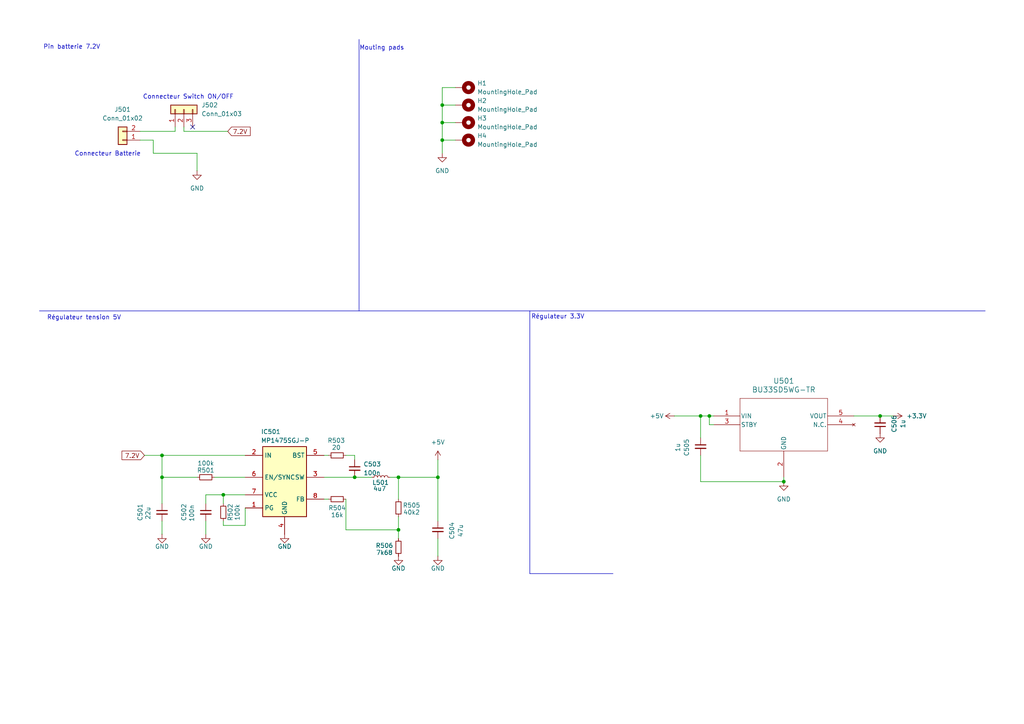
<source format=kicad_sch>
(kicad_sch
	(version 20231120)
	(generator "eeschema")
	(generator_version "8.0")
	(uuid "bf6d044f-9f23-4418-8b7e-380b7cd5f867")
	(paper "A4")
	(lib_symbols
		(symbol "2024-10-01_06-18-21:BU33SD5WG-TR"
			(pin_names
				(offset 0.254)
			)
			(exclude_from_sim no)
			(in_bom yes)
			(on_board yes)
			(property "Reference" "U2"
				(at 20.32 10.16 0)
				(effects
					(font
						(size 1.524 1.524)
					)
				)
			)
			(property "Value" "BU33SD5WG-TR"
				(at 20.32 7.62 0)
				(effects
					(font
						(size 1.524 1.524)
					)
				)
			)
			(property "Footprint" "SSOP5_ROM"
				(at 0 0 0)
				(effects
					(font
						(size 1.27 1.27)
						(italic yes)
					)
					(hide yes)
				)
			)
			(property "Datasheet" "BU33SD5WG-TR"
				(at 0 0 0)
				(effects
					(font
						(size 1.27 1.27)
						(italic yes)
					)
					(hide yes)
				)
			)
			(property "Description" ""
				(at 0 0 0)
				(effects
					(font
						(size 1.27 1.27)
					)
					(hide yes)
				)
			)
			(property "ki_locked" ""
				(at 0 0 0)
				(effects
					(font
						(size 1.27 1.27)
					)
				)
			)
			(property "ki_keywords" "BU33SD5WG-TR"
				(at 0 0 0)
				(effects
					(font
						(size 1.27 1.27)
					)
					(hide yes)
				)
			)
			(property "ki_fp_filters" "SSOP5_ROM SSOP5_ROM-M SSOP5_ROM-L"
				(at 0 0 0)
				(effects
					(font
						(size 1.27 1.27)
					)
					(hide yes)
				)
			)
			(symbol "BU33SD5WG-TR_0_1"
				(polyline
					(pts
						(xy 7.62 -10.16) (xy 33.02 -10.16)
					)
					(stroke
						(width 0.127)
						(type default)
					)
					(fill
						(type none)
					)
				)
				(polyline
					(pts
						(xy 7.62 5.08) (xy 7.62 -10.16)
					)
					(stroke
						(width 0.127)
						(type default)
					)
					(fill
						(type none)
					)
				)
				(polyline
					(pts
						(xy 33.02 -10.16) (xy 33.02 5.08)
					)
					(stroke
						(width 0.127)
						(type default)
					)
					(fill
						(type none)
					)
				)
				(polyline
					(pts
						(xy 33.02 5.08) (xy 7.62 5.08)
					)
					(stroke
						(width 0.127)
						(type default)
					)
					(fill
						(type none)
					)
				)
				(pin unspecified line
					(at 0 0 0)
					(length 7.62)
					(name "VIN"
						(effects
							(font
								(size 1.27 1.27)
							)
						)
					)
					(number "1"
						(effects
							(font
								(size 1.27 1.27)
							)
						)
					)
				)
				(pin power_out line
					(at 20.32 -17.78 90)
					(length 7.62)
					(name "GND"
						(effects
							(font
								(size 1.27 1.27)
							)
						)
					)
					(number "2"
						(effects
							(font
								(size 1.27 1.27)
							)
						)
					)
				)
				(pin unspecified line
					(at 0 -2.54 0)
					(length 7.62)
					(name "STBY"
						(effects
							(font
								(size 1.27 1.27)
							)
						)
					)
					(number "3"
						(effects
							(font
								(size 1.27 1.27)
							)
						)
					)
				)
				(pin no_connect line
					(at 40.64 -2.54 180)
					(length 7.62)
					(name "N.C."
						(effects
							(font
								(size 1.27 1.27)
							)
						)
					)
					(number "4"
						(effects
							(font
								(size 1.27 1.27)
							)
						)
					)
				)
				(pin output line
					(at 40.64 0 180)
					(length 7.62)
					(name "VOUT"
						(effects
							(font
								(size 1.27 1.27)
							)
						)
					)
					(number "5"
						(effects
							(font
								(size 1.27 1.27)
							)
						)
					)
				)
			)
		)
		(symbol "Connector_Generic:Conn_01x02"
			(pin_names
				(offset 1.016) hide)
			(exclude_from_sim no)
			(in_bom yes)
			(on_board yes)
			(property "Reference" "J"
				(at 0 2.54 0)
				(effects
					(font
						(size 1.27 1.27)
					)
				)
			)
			(property "Value" "Conn_01x02"
				(at 0 -5.08 0)
				(effects
					(font
						(size 1.27 1.27)
					)
				)
			)
			(property "Footprint" ""
				(at 0 0 0)
				(effects
					(font
						(size 1.27 1.27)
					)
					(hide yes)
				)
			)
			(property "Datasheet" "~"
				(at 0 0 0)
				(effects
					(font
						(size 1.27 1.27)
					)
					(hide yes)
				)
			)
			(property "Description" "Generic connector, single row, 01x02, script generated (kicad-library-utils/schlib/autogen/connector/)"
				(at 0 0 0)
				(effects
					(font
						(size 1.27 1.27)
					)
					(hide yes)
				)
			)
			(property "ki_keywords" "connector"
				(at 0 0 0)
				(effects
					(font
						(size 1.27 1.27)
					)
					(hide yes)
				)
			)
			(property "ki_fp_filters" "Connector*:*_1x??_*"
				(at 0 0 0)
				(effects
					(font
						(size 1.27 1.27)
					)
					(hide yes)
				)
			)
			(symbol "Conn_01x02_1_1"
				(rectangle
					(start -1.27 -2.413)
					(end 0 -2.667)
					(stroke
						(width 0.1524)
						(type default)
					)
					(fill
						(type none)
					)
				)
				(rectangle
					(start -1.27 0.127)
					(end 0 -0.127)
					(stroke
						(width 0.1524)
						(type default)
					)
					(fill
						(type none)
					)
				)
				(rectangle
					(start -1.27 1.27)
					(end 1.27 -3.81)
					(stroke
						(width 0.254)
						(type default)
					)
					(fill
						(type background)
					)
				)
				(pin passive line
					(at -5.08 0 0)
					(length 3.81)
					(name "Pin_1"
						(effects
							(font
								(size 1.27 1.27)
							)
						)
					)
					(number "1"
						(effects
							(font
								(size 1.27 1.27)
							)
						)
					)
				)
				(pin passive line
					(at -5.08 -2.54 0)
					(length 3.81)
					(name "Pin_2"
						(effects
							(font
								(size 1.27 1.27)
							)
						)
					)
					(number "2"
						(effects
							(font
								(size 1.27 1.27)
							)
						)
					)
				)
			)
		)
		(symbol "Connector_Generic:Conn_01x03"
			(pin_names
				(offset 1.016) hide)
			(exclude_from_sim no)
			(in_bom yes)
			(on_board yes)
			(property "Reference" "J"
				(at 0 5.08 0)
				(effects
					(font
						(size 1.27 1.27)
					)
				)
			)
			(property "Value" "Conn_01x03"
				(at 0 -5.08 0)
				(effects
					(font
						(size 1.27 1.27)
					)
				)
			)
			(property "Footprint" ""
				(at 0 0 0)
				(effects
					(font
						(size 1.27 1.27)
					)
					(hide yes)
				)
			)
			(property "Datasheet" "~"
				(at 0 0 0)
				(effects
					(font
						(size 1.27 1.27)
					)
					(hide yes)
				)
			)
			(property "Description" "Generic connector, single row, 01x03, script generated (kicad-library-utils/schlib/autogen/connector/)"
				(at 0 0 0)
				(effects
					(font
						(size 1.27 1.27)
					)
					(hide yes)
				)
			)
			(property "ki_keywords" "connector"
				(at 0 0 0)
				(effects
					(font
						(size 1.27 1.27)
					)
					(hide yes)
				)
			)
			(property "ki_fp_filters" "Connector*:*_1x??_*"
				(at 0 0 0)
				(effects
					(font
						(size 1.27 1.27)
					)
					(hide yes)
				)
			)
			(symbol "Conn_01x03_1_1"
				(rectangle
					(start -1.27 -2.413)
					(end 0 -2.667)
					(stroke
						(width 0.1524)
						(type default)
					)
					(fill
						(type none)
					)
				)
				(rectangle
					(start -1.27 0.127)
					(end 0 -0.127)
					(stroke
						(width 0.1524)
						(type default)
					)
					(fill
						(type none)
					)
				)
				(rectangle
					(start -1.27 2.667)
					(end 0 2.413)
					(stroke
						(width 0.1524)
						(type default)
					)
					(fill
						(type none)
					)
				)
				(rectangle
					(start -1.27 3.81)
					(end 1.27 -3.81)
					(stroke
						(width 0.254)
						(type default)
					)
					(fill
						(type background)
					)
				)
				(pin passive line
					(at -5.08 2.54 0)
					(length 3.81)
					(name "Pin_1"
						(effects
							(font
								(size 1.27 1.27)
							)
						)
					)
					(number "1"
						(effects
							(font
								(size 1.27 1.27)
							)
						)
					)
				)
				(pin passive line
					(at -5.08 0 0)
					(length 3.81)
					(name "Pin_2"
						(effects
							(font
								(size 1.27 1.27)
							)
						)
					)
					(number "2"
						(effects
							(font
								(size 1.27 1.27)
							)
						)
					)
				)
				(pin passive line
					(at -5.08 -2.54 0)
					(length 3.81)
					(name "Pin_3"
						(effects
							(font
								(size 1.27 1.27)
							)
						)
					)
					(number "3"
						(effects
							(font
								(size 1.27 1.27)
							)
						)
					)
				)
			)
		)
		(symbol "Device:C_Small"
			(pin_numbers hide)
			(pin_names
				(offset 0.254) hide)
			(exclude_from_sim no)
			(in_bom yes)
			(on_board yes)
			(property "Reference" "C"
				(at 0.254 1.778 0)
				(effects
					(font
						(size 1.27 1.27)
					)
					(justify left)
				)
			)
			(property "Value" "C_Small"
				(at 0.254 -2.032 0)
				(effects
					(font
						(size 1.27 1.27)
					)
					(justify left)
				)
			)
			(property "Footprint" ""
				(at 0 0 0)
				(effects
					(font
						(size 1.27 1.27)
					)
					(hide yes)
				)
			)
			(property "Datasheet" "~"
				(at 0 0 0)
				(effects
					(font
						(size 1.27 1.27)
					)
					(hide yes)
				)
			)
			(property "Description" "Unpolarized capacitor, small symbol"
				(at 0 0 0)
				(effects
					(font
						(size 1.27 1.27)
					)
					(hide yes)
				)
			)
			(property "ki_keywords" "capacitor cap"
				(at 0 0 0)
				(effects
					(font
						(size 1.27 1.27)
					)
					(hide yes)
				)
			)
			(property "ki_fp_filters" "C_*"
				(at 0 0 0)
				(effects
					(font
						(size 1.27 1.27)
					)
					(hide yes)
				)
			)
			(symbol "C_Small_0_1"
				(polyline
					(pts
						(xy -1.524 -0.508) (xy 1.524 -0.508)
					)
					(stroke
						(width 0.3302)
						(type default)
					)
					(fill
						(type none)
					)
				)
				(polyline
					(pts
						(xy -1.524 0.508) (xy 1.524 0.508)
					)
					(stroke
						(width 0.3048)
						(type default)
					)
					(fill
						(type none)
					)
				)
			)
			(symbol "C_Small_1_1"
				(pin passive line
					(at 0 2.54 270)
					(length 2.032)
					(name "~"
						(effects
							(font
								(size 1.27 1.27)
							)
						)
					)
					(number "1"
						(effects
							(font
								(size 1.27 1.27)
							)
						)
					)
				)
				(pin passive line
					(at 0 -2.54 90)
					(length 2.032)
					(name "~"
						(effects
							(font
								(size 1.27 1.27)
							)
						)
					)
					(number "2"
						(effects
							(font
								(size 1.27 1.27)
							)
						)
					)
				)
			)
		)
		(symbol "Device:L_Small"
			(pin_numbers hide)
			(pin_names
				(offset 0.254) hide)
			(exclude_from_sim no)
			(in_bom yes)
			(on_board yes)
			(property "Reference" "L"
				(at 0.762 1.016 0)
				(effects
					(font
						(size 1.27 1.27)
					)
					(justify left)
				)
			)
			(property "Value" "L_Small"
				(at 0.762 -1.016 0)
				(effects
					(font
						(size 1.27 1.27)
					)
					(justify left)
				)
			)
			(property "Footprint" ""
				(at 0 0 0)
				(effects
					(font
						(size 1.27 1.27)
					)
					(hide yes)
				)
			)
			(property "Datasheet" "~"
				(at 0 0 0)
				(effects
					(font
						(size 1.27 1.27)
					)
					(hide yes)
				)
			)
			(property "Description" "Inductor, small symbol"
				(at 0 0 0)
				(effects
					(font
						(size 1.27 1.27)
					)
					(hide yes)
				)
			)
			(property "ki_keywords" "inductor choke coil reactor magnetic"
				(at 0 0 0)
				(effects
					(font
						(size 1.27 1.27)
					)
					(hide yes)
				)
			)
			(property "ki_fp_filters" "Choke_* *Coil* Inductor_* L_*"
				(at 0 0 0)
				(effects
					(font
						(size 1.27 1.27)
					)
					(hide yes)
				)
			)
			(symbol "L_Small_0_1"
				(arc
					(start 0 -2.032)
					(mid 0.5058 -1.524)
					(end 0 -1.016)
					(stroke
						(width 0)
						(type default)
					)
					(fill
						(type none)
					)
				)
				(arc
					(start 0 -1.016)
					(mid 0.5058 -0.508)
					(end 0 0)
					(stroke
						(width 0)
						(type default)
					)
					(fill
						(type none)
					)
				)
				(arc
					(start 0 0)
					(mid 0.5058 0.508)
					(end 0 1.016)
					(stroke
						(width 0)
						(type default)
					)
					(fill
						(type none)
					)
				)
				(arc
					(start 0 1.016)
					(mid 0.5058 1.524)
					(end 0 2.032)
					(stroke
						(width 0)
						(type default)
					)
					(fill
						(type none)
					)
				)
			)
			(symbol "L_Small_1_1"
				(pin passive line
					(at 0 2.54 270)
					(length 0.508)
					(name "~"
						(effects
							(font
								(size 1.27 1.27)
							)
						)
					)
					(number "1"
						(effects
							(font
								(size 1.27 1.27)
							)
						)
					)
				)
				(pin passive line
					(at 0 -2.54 90)
					(length 0.508)
					(name "~"
						(effects
							(font
								(size 1.27 1.27)
							)
						)
					)
					(number "2"
						(effects
							(font
								(size 1.27 1.27)
							)
						)
					)
				)
			)
		)
		(symbol "Device:R_Small"
			(pin_numbers hide)
			(pin_names
				(offset 0.254) hide)
			(exclude_from_sim no)
			(in_bom yes)
			(on_board yes)
			(property "Reference" "R"
				(at 0.762 0.508 0)
				(effects
					(font
						(size 1.27 1.27)
					)
					(justify left)
				)
			)
			(property "Value" "R_Small"
				(at 0.762 -1.016 0)
				(effects
					(font
						(size 1.27 1.27)
					)
					(justify left)
				)
			)
			(property "Footprint" ""
				(at 0 0 0)
				(effects
					(font
						(size 1.27 1.27)
					)
					(hide yes)
				)
			)
			(property "Datasheet" "~"
				(at 0 0 0)
				(effects
					(font
						(size 1.27 1.27)
					)
					(hide yes)
				)
			)
			(property "Description" "Resistor, small symbol"
				(at 0 0 0)
				(effects
					(font
						(size 1.27 1.27)
					)
					(hide yes)
				)
			)
			(property "ki_keywords" "R resistor"
				(at 0 0 0)
				(effects
					(font
						(size 1.27 1.27)
					)
					(hide yes)
				)
			)
			(property "ki_fp_filters" "R_*"
				(at 0 0 0)
				(effects
					(font
						(size 1.27 1.27)
					)
					(hide yes)
				)
			)
			(symbol "R_Small_0_1"
				(rectangle
					(start -0.762 1.778)
					(end 0.762 -1.778)
					(stroke
						(width 0.2032)
						(type default)
					)
					(fill
						(type none)
					)
				)
			)
			(symbol "R_Small_1_1"
				(pin passive line
					(at 0 2.54 270)
					(length 0.762)
					(name "~"
						(effects
							(font
								(size 1.27 1.27)
							)
						)
					)
					(number "1"
						(effects
							(font
								(size 1.27 1.27)
							)
						)
					)
				)
				(pin passive line
					(at 0 -2.54 90)
					(length 0.762)
					(name "~"
						(effects
							(font
								(size 1.27 1.27)
							)
						)
					)
					(number "2"
						(effects
							(font
								(size 1.27 1.27)
							)
						)
					)
				)
			)
		)
		(symbol "MP1475SGJ-P_1"
			(exclude_from_sim no)
			(in_bom yes)
			(on_board yes)
			(property "Reference" "IC501"
				(at 28.194 -31.242 90)
				(effects
					(font
						(size 1.27 1.27)
					)
					(justify left)
				)
			)
			(property "Value" "MP1475SGJ-P"
				(at 25.654 -31.242 90)
				(effects
					(font
						(size 1.27 1.27)
					)
					(justify left)
				)
			)
			(property "Footprint" "SOT65P280X100-8N"
				(at 26.67 -94.92 0)
				(effects
					(font
						(size 1.27 1.27)
					)
					(justify left top)
					(hide yes)
				)
			)
			(property "Datasheet" "http://media.digikey.com/pdf/Data%20Sheets/Monolithic%20Power%20PDF"
				(at 26.67 -194.92 0)
				(effects
					(font
						(size 1.27 1.27)
					)
					(justify left top)
					(hide yes)
				)
			)
			(property "Description" "Switching Voltage Regulators 3A 16V 500kHz Synch Step-Down Conv W/PG"
				(at 14.986 7.112 0)
				(effects
					(font
						(size 1.27 1.27)
					)
					(hide yes)
				)
			)
			(property "Height" "1"
				(at 26.67 -394.92 0)
				(effects
					(font
						(size 1.27 1.27)
					)
					(justify left top)
					(hide yes)
				)
			)
			(property "Farnell Part Number" ""
				(at 26.67 -494.92 0)
				(effects
					(font
						(size 1.27 1.27)
					)
					(justify left top)
					(hide yes)
				)
			)
			(property "Farnell Price/Stock" ""
				(at 26.67 -594.92 0)
				(effects
					(font
						(size 1.27 1.27)
					)
					(justify left top)
					(hide yes)
				)
			)
			(property "Manufacturer_Name" "Monolithic Power Systems (MPS)"
				(at 26.67 -694.92 0)
				(effects
					(font
						(size 1.27 1.27)
					)
					(justify left top)
					(hide yes)
				)
			)
			(property "Manufacturer_Part_Number" "MP1475SGJ-P"
				(at 26.67 -794.92 0)
				(effects
					(font
						(size 1.27 1.27)
					)
					(justify left top)
					(hide yes)
				)
			)
			(symbol "MP1475SGJ-P_1_1_1"
				(rectangle
					(start 8.89 10.16)
					(end 21.59 -10.16)
					(stroke
						(width 0.254)
						(type default)
					)
					(fill
						(type background)
					)
				)
				(pin passive line
					(at 3.81 -7.62 0)
					(length 5.08)
					(name "PG"
						(effects
							(font
								(size 1.27 1.27)
							)
						)
					)
					(number "1"
						(effects
							(font
								(size 1.27 1.27)
							)
						)
					)
				)
				(pin passive line
					(at 3.81 7.62 0)
					(length 5.08)
					(name "IN"
						(effects
							(font
								(size 1.27 1.27)
							)
						)
					)
					(number "2"
						(effects
							(font
								(size 1.27 1.27)
							)
						)
					)
				)
				(pin passive line
					(at 26.67 1.27 180)
					(length 5.08)
					(name "SW"
						(effects
							(font
								(size 1.27 1.27)
							)
						)
					)
					(number "3"
						(effects
							(font
								(size 1.27 1.27)
							)
						)
					)
				)
				(pin passive line
					(at 15.24 -15.24 90)
					(length 5.08)
					(name "GND"
						(effects
							(font
								(size 1.27 1.27)
							)
						)
					)
					(number "4"
						(effects
							(font
								(size 1.27 1.27)
							)
						)
					)
				)
				(pin passive line
					(at 26.67 7.62 180)
					(length 5.08)
					(name "BST"
						(effects
							(font
								(size 1.27 1.27)
							)
						)
					)
					(number "5"
						(effects
							(font
								(size 1.27 1.27)
							)
						)
					)
				)
				(pin passive line
					(at 3.81 1.27 0)
					(length 5.08)
					(name "EN/SYNC"
						(effects
							(font
								(size 1.27 1.27)
							)
						)
					)
					(number "6"
						(effects
							(font
								(size 1.27 1.27)
							)
						)
					)
				)
				(pin passive line
					(at 3.81 -3.81 0)
					(length 5.08)
					(name "VCC"
						(effects
							(font
								(size 1.27 1.27)
							)
						)
					)
					(number "7"
						(effects
							(font
								(size 1.27 1.27)
							)
						)
					)
				)
				(pin passive line
					(at 26.67 -5.08 180)
					(length 5.08)
					(name "FB"
						(effects
							(font
								(size 1.27 1.27)
							)
						)
					)
					(number "8"
						(effects
							(font
								(size 1.27 1.27)
							)
						)
					)
				)
			)
		)
		(symbol "Mechanical:MountingHole_Pad"
			(pin_numbers hide)
			(pin_names
				(offset 1.016) hide)
			(exclude_from_sim yes)
			(in_bom no)
			(on_board yes)
			(property "Reference" "H"
				(at 0 6.35 0)
				(effects
					(font
						(size 1.27 1.27)
					)
				)
			)
			(property "Value" "MountingHole_Pad"
				(at 0 4.445 0)
				(effects
					(font
						(size 1.27 1.27)
					)
				)
			)
			(property "Footprint" ""
				(at 0 0 0)
				(effects
					(font
						(size 1.27 1.27)
					)
					(hide yes)
				)
			)
			(property "Datasheet" "~"
				(at 0 0 0)
				(effects
					(font
						(size 1.27 1.27)
					)
					(hide yes)
				)
			)
			(property "Description" "Mounting Hole with connection"
				(at 0 0 0)
				(effects
					(font
						(size 1.27 1.27)
					)
					(hide yes)
				)
			)
			(property "ki_keywords" "mounting hole"
				(at 0 0 0)
				(effects
					(font
						(size 1.27 1.27)
					)
					(hide yes)
				)
			)
			(property "ki_fp_filters" "MountingHole*Pad*"
				(at 0 0 0)
				(effects
					(font
						(size 1.27 1.27)
					)
					(hide yes)
				)
			)
			(symbol "MountingHole_Pad_0_1"
				(circle
					(center 0 1.27)
					(radius 1.27)
					(stroke
						(width 1.27)
						(type default)
					)
					(fill
						(type none)
					)
				)
			)
			(symbol "MountingHole_Pad_1_1"
				(pin input line
					(at 0 -2.54 90)
					(length 2.54)
					(name "1"
						(effects
							(font
								(size 1.27 1.27)
							)
						)
					)
					(number "1"
						(effects
							(font
								(size 1.27 1.27)
							)
						)
					)
				)
			)
		)
		(symbol "power:+3.3V"
			(power)
			(pin_numbers hide)
			(pin_names
				(offset 0) hide)
			(exclude_from_sim no)
			(in_bom yes)
			(on_board yes)
			(property "Reference" "#PWR"
				(at 0 -3.81 0)
				(effects
					(font
						(size 1.27 1.27)
					)
					(hide yes)
				)
			)
			(property "Value" "+3.3V"
				(at 0 3.556 0)
				(effects
					(font
						(size 1.27 1.27)
					)
				)
			)
			(property "Footprint" ""
				(at 0 0 0)
				(effects
					(font
						(size 1.27 1.27)
					)
					(hide yes)
				)
			)
			(property "Datasheet" ""
				(at 0 0 0)
				(effects
					(font
						(size 1.27 1.27)
					)
					(hide yes)
				)
			)
			(property "Description" "Power symbol creates a global label with name \"+3.3V\""
				(at 0 0 0)
				(effects
					(font
						(size 1.27 1.27)
					)
					(hide yes)
				)
			)
			(property "ki_keywords" "global power"
				(at 0 0 0)
				(effects
					(font
						(size 1.27 1.27)
					)
					(hide yes)
				)
			)
			(symbol "+3.3V_0_1"
				(polyline
					(pts
						(xy -0.762 1.27) (xy 0 2.54)
					)
					(stroke
						(width 0)
						(type default)
					)
					(fill
						(type none)
					)
				)
				(polyline
					(pts
						(xy 0 0) (xy 0 2.54)
					)
					(stroke
						(width 0)
						(type default)
					)
					(fill
						(type none)
					)
				)
				(polyline
					(pts
						(xy 0 2.54) (xy 0.762 1.27)
					)
					(stroke
						(width 0)
						(type default)
					)
					(fill
						(type none)
					)
				)
			)
			(symbol "+3.3V_1_1"
				(pin power_in line
					(at 0 0 90)
					(length 0)
					(name "~"
						(effects
							(font
								(size 1.27 1.27)
							)
						)
					)
					(number "1"
						(effects
							(font
								(size 1.27 1.27)
							)
						)
					)
				)
			)
		)
		(symbol "power:+5V"
			(power)
			(pin_numbers hide)
			(pin_names
				(offset 0) hide)
			(exclude_from_sim no)
			(in_bom yes)
			(on_board yes)
			(property "Reference" "#PWR"
				(at 0 -3.81 0)
				(effects
					(font
						(size 1.27 1.27)
					)
					(hide yes)
				)
			)
			(property "Value" "+5V"
				(at 0 3.556 0)
				(effects
					(font
						(size 1.27 1.27)
					)
				)
			)
			(property "Footprint" ""
				(at 0 0 0)
				(effects
					(font
						(size 1.27 1.27)
					)
					(hide yes)
				)
			)
			(property "Datasheet" ""
				(at 0 0 0)
				(effects
					(font
						(size 1.27 1.27)
					)
					(hide yes)
				)
			)
			(property "Description" "Power symbol creates a global label with name \"+5V\""
				(at 0 0 0)
				(effects
					(font
						(size 1.27 1.27)
					)
					(hide yes)
				)
			)
			(property "ki_keywords" "global power"
				(at 0 0 0)
				(effects
					(font
						(size 1.27 1.27)
					)
					(hide yes)
				)
			)
			(symbol "+5V_0_1"
				(polyline
					(pts
						(xy -0.762 1.27) (xy 0 2.54)
					)
					(stroke
						(width 0)
						(type default)
					)
					(fill
						(type none)
					)
				)
				(polyline
					(pts
						(xy 0 0) (xy 0 2.54)
					)
					(stroke
						(width 0)
						(type default)
					)
					(fill
						(type none)
					)
				)
				(polyline
					(pts
						(xy 0 2.54) (xy 0.762 1.27)
					)
					(stroke
						(width 0)
						(type default)
					)
					(fill
						(type none)
					)
				)
			)
			(symbol "+5V_1_1"
				(pin power_in line
					(at 0 0 90)
					(length 0)
					(name "~"
						(effects
							(font
								(size 1.27 1.27)
							)
						)
					)
					(number "1"
						(effects
							(font
								(size 1.27 1.27)
							)
						)
					)
				)
			)
		)
		(symbol "power:GND"
			(power)
			(pin_numbers hide)
			(pin_names
				(offset 0) hide)
			(exclude_from_sim no)
			(in_bom yes)
			(on_board yes)
			(property "Reference" "#PWR"
				(at 0 -6.35 0)
				(effects
					(font
						(size 1.27 1.27)
					)
					(hide yes)
				)
			)
			(property "Value" "GND"
				(at 0 -3.81 0)
				(effects
					(font
						(size 1.27 1.27)
					)
				)
			)
			(property "Footprint" ""
				(at 0 0 0)
				(effects
					(font
						(size 1.27 1.27)
					)
					(hide yes)
				)
			)
			(property "Datasheet" ""
				(at 0 0 0)
				(effects
					(font
						(size 1.27 1.27)
					)
					(hide yes)
				)
			)
			(property "Description" "Power symbol creates a global label with name \"GND\" , ground"
				(at 0 0 0)
				(effects
					(font
						(size 1.27 1.27)
					)
					(hide yes)
				)
			)
			(property "ki_keywords" "global power"
				(at 0 0 0)
				(effects
					(font
						(size 1.27 1.27)
					)
					(hide yes)
				)
			)
			(symbol "GND_0_1"
				(polyline
					(pts
						(xy 0 0) (xy 0 -1.27) (xy 1.27 -1.27) (xy 0 -2.54) (xy -1.27 -1.27) (xy 0 -1.27)
					)
					(stroke
						(width 0)
						(type default)
					)
					(fill
						(type none)
					)
				)
			)
			(symbol "GND_1_1"
				(pin power_in line
					(at 0 0 270)
					(length 0)
					(name "~"
						(effects
							(font
								(size 1.27 1.27)
							)
						)
					)
					(number "1"
						(effects
							(font
								(size 1.27 1.27)
							)
						)
					)
				)
			)
		)
	)
	(junction
		(at 205.74 120.65)
		(diameter 0)
		(color 0 0 0 0)
		(uuid "057bd4a7-6bf8-4aba-a384-9f2f2dda0676")
	)
	(junction
		(at 64.77 143.51)
		(diameter 0)
		(color 0 0 0 0)
		(uuid "065ca122-4604-46ad-bd2a-e0ad5187cdbc")
	)
	(junction
		(at 128.27 30.48)
		(diameter 0)
		(color 0 0 0 0)
		(uuid "34e3d1f3-31bc-4c37-b896-3cf4949e9ca6")
	)
	(junction
		(at 203.2 120.65)
		(diameter 0)
		(color 0 0 0 0)
		(uuid "49aee44d-5224-42f6-a482-792c1366dca7")
	)
	(junction
		(at 255.27 120.65)
		(diameter 0)
		(color 0 0 0 0)
		(uuid "4ed9376a-5b9f-43ae-817d-dd339ea91a5f")
	)
	(junction
		(at 127 138.43)
		(diameter 0)
		(color 0 0 0 0)
		(uuid "4fdc199a-5b0f-46b3-80b0-6a6641845bb7")
	)
	(junction
		(at 128.27 40.64)
		(diameter 0)
		(color 0 0 0 0)
		(uuid "51d1e723-65d4-4a6c-9f8b-1f992eee511f")
	)
	(junction
		(at 46.99 132.08)
		(diameter 0)
		(color 0 0 0 0)
		(uuid "6cf4629d-53dc-4935-8cb0-a2ebda00f661")
	)
	(junction
		(at 115.57 138.43)
		(diameter 0)
		(color 0 0 0 0)
		(uuid "79a8e1c3-4095-4ff1-8a6b-b8868a7c47cc")
	)
	(junction
		(at 128.27 35.56)
		(diameter 0)
		(color 0 0 0 0)
		(uuid "850bf913-9ae0-4f46-8a01-b303ea309470")
	)
	(junction
		(at 102.87 138.43)
		(diameter 0)
		(color 0 0 0 0)
		(uuid "b3108298-89f2-431d-a551-3940786b7c08")
	)
	(junction
		(at 46.99 138.43)
		(diameter 0)
		(color 0 0 0 0)
		(uuid "c43d2f63-cc62-456c-8b45-0de0f9af9f40")
	)
	(junction
		(at 227.33 139.7)
		(diameter 0)
		(color 0 0 0 0)
		(uuid "deac4949-2536-4f7d-937b-3984af536b84")
	)
	(junction
		(at 115.57 153.67)
		(diameter 0)
		(color 0 0 0 0)
		(uuid "e0cdffee-8adf-4fb4-8039-c07d0bb555df")
	)
	(no_connect
		(at 55.88 36.83)
		(uuid "ef60ec0a-384f-4f5e-9b70-4c6d16fe6998")
	)
	(wire
		(pts
			(xy 66.04 38.1) (xy 53.34 38.1)
		)
		(stroke
			(width 0)
			(type default)
		)
		(uuid "048cb237-57ab-4402-a276-0151b29fda5f")
	)
	(polyline
		(pts
			(xy 104.14 11.43) (xy 104.14 90.17)
		)
		(stroke
			(width 0)
			(type default)
		)
		(uuid "05784491-5ff7-48d9-8410-f0f390e9e8ee")
	)
	(wire
		(pts
			(xy 203.2 120.65) (xy 203.2 127)
		)
		(stroke
			(width 0)
			(type default)
		)
		(uuid "07232573-53c2-4641-924a-6c8b30162184")
	)
	(wire
		(pts
			(xy 113.03 138.43) (xy 115.57 138.43)
		)
		(stroke
			(width 0)
			(type default)
		)
		(uuid "07469d5f-4051-4b10-9ca4-627fd421e1a2")
	)
	(wire
		(pts
			(xy 128.27 35.56) (xy 132.08 35.56)
		)
		(stroke
			(width 0)
			(type default)
		)
		(uuid "0af4707a-7d37-4a2a-b225-3d83db20be97")
	)
	(wire
		(pts
			(xy 100.33 153.67) (xy 100.33 144.78)
		)
		(stroke
			(width 0)
			(type default)
		)
		(uuid "0d72fc42-70a3-4beb-83e5-be197060aabc")
	)
	(wire
		(pts
			(xy 203.2 139.7) (xy 227.33 139.7)
		)
		(stroke
			(width 0)
			(type default)
		)
		(uuid "12e8dbb1-64eb-4e91-8699-2e4b35e8767e")
	)
	(polyline
		(pts
			(xy 177.8 166.37) (xy 153.67 166.37)
		)
		(stroke
			(width 0)
			(type default)
		)
		(uuid "19012869-446e-4b0e-a366-c7cf59667972")
	)
	(wire
		(pts
			(xy 203.2 132.08) (xy 203.2 139.7)
		)
		(stroke
			(width 0)
			(type default)
		)
		(uuid "1cbcd995-3f34-4d0d-851a-d173c3f40301")
	)
	(wire
		(pts
			(xy 93.98 138.43) (xy 102.87 138.43)
		)
		(stroke
			(width 0)
			(type default)
		)
		(uuid "210a39f3-b0a8-43cc-a3e1-eb3e01d580ac")
	)
	(wire
		(pts
			(xy 128.27 40.64) (xy 132.08 40.64)
		)
		(stroke
			(width 0)
			(type default)
		)
		(uuid "23555a1b-5e38-44f8-bf83-c05085a134dc")
	)
	(wire
		(pts
			(xy 255.27 120.65) (xy 259.08 120.65)
		)
		(stroke
			(width 0)
			(type default)
		)
		(uuid "28541906-2d0d-4c61-91fb-9312037c3fc9")
	)
	(wire
		(pts
			(xy 46.99 132.08) (xy 71.12 132.08)
		)
		(stroke
			(width 0)
			(type default)
		)
		(uuid "294a800c-184d-4c28-ab12-e22c42480865")
	)
	(wire
		(pts
			(xy 41.91 132.08) (xy 46.99 132.08)
		)
		(stroke
			(width 0)
			(type default)
		)
		(uuid "2db86ea4-dd7d-4a5e-bb8f-0acb50dc56d7")
	)
	(wire
		(pts
			(xy 247.65 120.65) (xy 255.27 120.65)
		)
		(stroke
			(width 0)
			(type default)
		)
		(uuid "2dfbf453-540e-4b88-8026-e5870120338c")
	)
	(wire
		(pts
			(xy 93.98 144.78) (xy 95.25 144.78)
		)
		(stroke
			(width 0)
			(type default)
		)
		(uuid "2e035037-e068-4783-8d26-a1660fc8dd09")
	)
	(wire
		(pts
			(xy 128.27 30.48) (xy 128.27 25.4)
		)
		(stroke
			(width 0)
			(type default)
		)
		(uuid "34e179d2-2fc3-4a1e-b06a-47843dc7f95c")
	)
	(wire
		(pts
			(xy 203.2 120.65) (xy 205.74 120.65)
		)
		(stroke
			(width 0)
			(type default)
		)
		(uuid "38ecd185-10ad-4620-b0b1-941bc3b076c3")
	)
	(wire
		(pts
			(xy 59.69 151.13) (xy 59.69 154.94)
		)
		(stroke
			(width 0)
			(type default)
		)
		(uuid "3a8fb815-2731-454c-b726-7cc20320c943")
	)
	(wire
		(pts
			(xy 53.34 38.1) (xy 53.34 36.83)
		)
		(stroke
			(width 0)
			(type default)
		)
		(uuid "46fb0e8f-7421-4a5c-b605-f879c6e352e7")
	)
	(wire
		(pts
			(xy 227.33 138.43) (xy 227.33 139.7)
		)
		(stroke
			(width 0)
			(type default)
		)
		(uuid "4d53ba7f-de91-4a19-8952-0db79abb0e05")
	)
	(wire
		(pts
			(xy 44.45 40.64) (xy 44.45 44.45)
		)
		(stroke
			(width 0)
			(type default)
		)
		(uuid "50383023-4029-4694-97da-c0b2a7119249")
	)
	(wire
		(pts
			(xy 71.12 152.4) (xy 64.77 152.4)
		)
		(stroke
			(width 0)
			(type default)
		)
		(uuid "5326a8ab-0c1e-4998-b36b-e6d5221c702d")
	)
	(wire
		(pts
			(xy 50.8 38.1) (xy 50.8 36.83)
		)
		(stroke
			(width 0)
			(type default)
		)
		(uuid "55070715-2d14-4c99-8648-877a07f4c28d")
	)
	(wire
		(pts
			(xy 127 156.21) (xy 127 161.29)
		)
		(stroke
			(width 0)
			(type default)
		)
		(uuid "74a0cd1d-6ea4-41ef-8d18-f7c6698bee4f")
	)
	(wire
		(pts
			(xy 64.77 151.13) (xy 64.77 152.4)
		)
		(stroke
			(width 0)
			(type default)
		)
		(uuid "76f4a1bc-13cd-43c3-9a39-1b43513e8449")
	)
	(wire
		(pts
			(xy 205.74 120.65) (xy 205.74 123.19)
		)
		(stroke
			(width 0)
			(type default)
		)
		(uuid "7835c203-2ed4-454a-829b-4fb7e3242485")
	)
	(wire
		(pts
			(xy 93.98 132.08) (xy 95.25 132.08)
		)
		(stroke
			(width 0)
			(type default)
		)
		(uuid "7d734806-4d9f-4b79-8829-a49641d45a12")
	)
	(wire
		(pts
			(xy 195.58 120.65) (xy 203.2 120.65)
		)
		(stroke
			(width 0)
			(type default)
		)
		(uuid "7ed1c3fe-7597-4437-a3c8-5d8ecf8c75c6")
	)
	(wire
		(pts
			(xy 102.87 132.08) (xy 102.87 133.35)
		)
		(stroke
			(width 0)
			(type default)
		)
		(uuid "83cd0e81-d3fd-4ee5-a191-624164f4f19c")
	)
	(polyline
		(pts
			(xy 11.43 90.17) (xy 285.75 90.17)
		)
		(stroke
			(width 0)
			(type default)
		)
		(uuid "8d07f746-4f92-46ad-a105-0bda886c23d3")
	)
	(wire
		(pts
			(xy 115.57 153.67) (xy 115.57 156.21)
		)
		(stroke
			(width 0)
			(type default)
		)
		(uuid "9219bbb8-9169-4864-b442-a1d0fb07c96d")
	)
	(wire
		(pts
			(xy 40.64 38.1) (xy 50.8 38.1)
		)
		(stroke
			(width 0)
			(type default)
		)
		(uuid "93f5e050-197a-4333-9055-84ae06c55cb9")
	)
	(wire
		(pts
			(xy 62.23 138.43) (xy 71.12 138.43)
		)
		(stroke
			(width 0)
			(type default)
		)
		(uuid "95f00c9d-1818-4d38-96b2-6297f1a04fbc")
	)
	(wire
		(pts
			(xy 102.87 138.43) (xy 107.95 138.43)
		)
		(stroke
			(width 0)
			(type default)
		)
		(uuid "a13900e1-e2b6-413d-aeac-04132ba482bc")
	)
	(wire
		(pts
			(xy 46.99 138.43) (xy 57.15 138.43)
		)
		(stroke
			(width 0)
			(type default)
		)
		(uuid "ad601579-90ec-4ed6-9f59-fd5716628027")
	)
	(wire
		(pts
			(xy 59.69 143.51) (xy 64.77 143.51)
		)
		(stroke
			(width 0)
			(type default)
		)
		(uuid "ae745a2f-ca43-469f-be4d-45533a550518")
	)
	(wire
		(pts
			(xy 128.27 40.64) (xy 128.27 35.56)
		)
		(stroke
			(width 0)
			(type default)
		)
		(uuid "b0d975f8-03f9-417c-91bc-5039eb12eef8")
	)
	(wire
		(pts
			(xy 205.74 123.19) (xy 207.01 123.19)
		)
		(stroke
			(width 0)
			(type default)
		)
		(uuid "b3513994-a99a-48a1-a8f9-6fbdd364e72c")
	)
	(wire
		(pts
			(xy 115.57 138.43) (xy 127 138.43)
		)
		(stroke
			(width 0)
			(type default)
		)
		(uuid "b59c929d-ed0e-4c31-9943-5b2ac0f49c06")
	)
	(wire
		(pts
			(xy 100.33 132.08) (xy 102.87 132.08)
		)
		(stroke
			(width 0)
			(type default)
		)
		(uuid "bb2886bc-5306-4a6d-8284-2c99abf84f37")
	)
	(wire
		(pts
			(xy 115.57 138.43) (xy 115.57 144.78)
		)
		(stroke
			(width 0)
			(type default)
		)
		(uuid "c02b55a5-0ec8-4d18-b1c8-be41b87c2a67")
	)
	(wire
		(pts
			(xy 46.99 151.13) (xy 46.99 154.94)
		)
		(stroke
			(width 0)
			(type default)
		)
		(uuid "c9ac5969-a41e-4eef-9ded-96c1f0fcd4e2")
	)
	(wire
		(pts
			(xy 64.77 143.51) (xy 64.77 146.05)
		)
		(stroke
			(width 0)
			(type default)
		)
		(uuid "ca669759-3ad9-4d3b-92be-47ed0446cf28")
	)
	(wire
		(pts
			(xy 100.33 153.67) (xy 115.57 153.67)
		)
		(stroke
			(width 0)
			(type default)
		)
		(uuid "cac108e5-0358-4c54-a224-08d4fa2c2493")
	)
	(wire
		(pts
			(xy 64.77 143.51) (xy 71.12 143.51)
		)
		(stroke
			(width 0)
			(type default)
		)
		(uuid "ccbb1247-6435-49e4-8dff-b32f08e19851")
	)
	(wire
		(pts
			(xy 128.27 35.56) (xy 128.27 30.48)
		)
		(stroke
			(width 0)
			(type default)
		)
		(uuid "ceeb20a8-0afe-4023-8c5a-533f65ad0654")
	)
	(polyline
		(pts
			(xy 153.67 166.37) (xy 153.67 90.17)
		)
		(stroke
			(width 0)
			(type default)
		)
		(uuid "d3243caa-a63d-4acc-8c7b-dbd744501d3b")
	)
	(wire
		(pts
			(xy 128.27 30.48) (xy 132.08 30.48)
		)
		(stroke
			(width 0)
			(type default)
		)
		(uuid "d81e510c-34a9-4c3c-a100-145aea2db7fb")
	)
	(wire
		(pts
			(xy 44.45 44.45) (xy 57.15 44.45)
		)
		(stroke
			(width 0)
			(type default)
		)
		(uuid "d8d10d8f-4da1-4342-94f0-ee402e1b02f5")
	)
	(wire
		(pts
			(xy 71.12 147.32) (xy 71.12 152.4)
		)
		(stroke
			(width 0)
			(type default)
		)
		(uuid "dea0115b-be0a-462e-b162-7f503def75a6")
	)
	(wire
		(pts
			(xy 44.45 40.64) (xy 40.64 40.64)
		)
		(stroke
			(width 0)
			(type default)
		)
		(uuid "e6b91903-d50e-4e70-87c4-5689c165dee7")
	)
	(wire
		(pts
			(xy 57.15 44.45) (xy 57.15 49.53)
		)
		(stroke
			(width 0)
			(type default)
		)
		(uuid "e9b98ec2-1aa7-4e4d-9911-d04e8f84fbd0")
	)
	(wire
		(pts
			(xy 128.27 25.4) (xy 132.08 25.4)
		)
		(stroke
			(width 0)
			(type default)
		)
		(uuid "f1b40286-cf14-4e39-add0-39f23b096973")
	)
	(wire
		(pts
			(xy 128.27 44.45) (xy 128.27 40.64)
		)
		(stroke
			(width 0)
			(type default)
		)
		(uuid "f2038b24-e318-4e52-91e3-113cb68d58ce")
	)
	(wire
		(pts
			(xy 205.74 120.65) (xy 207.01 120.65)
		)
		(stroke
			(width 0)
			(type default)
		)
		(uuid "f723a21f-3787-4db3-ac39-369dd2703480")
	)
	(wire
		(pts
			(xy 127 133.35) (xy 127 138.43)
		)
		(stroke
			(width 0)
			(type default)
		)
		(uuid "f8a6cae2-c608-474a-9a46-8cd66b7e0d44")
	)
	(wire
		(pts
			(xy 46.99 132.08) (xy 46.99 138.43)
		)
		(stroke
			(width 0)
			(type default)
		)
		(uuid "fc769294-d9cc-41e8-b8ac-78adb9c5f553")
	)
	(wire
		(pts
			(xy 59.69 143.51) (xy 59.69 146.05)
		)
		(stroke
			(width 0)
			(type default)
		)
		(uuid "fcf0733d-376f-4d4c-beb3-be834726113f")
	)
	(wire
		(pts
			(xy 127 138.43) (xy 127 151.13)
		)
		(stroke
			(width 0)
			(type default)
		)
		(uuid "fd7a6b58-2927-4e79-a666-de3cd37079d4")
	)
	(wire
		(pts
			(xy 46.99 138.43) (xy 46.99 146.05)
		)
		(stroke
			(width 0)
			(type default)
		)
		(uuid "fe44fa3e-40fb-445e-810d-c4c966a653b6")
	)
	(wire
		(pts
			(xy 115.57 149.86) (xy 115.57 153.67)
		)
		(stroke
			(width 0)
			(type default)
		)
		(uuid "fec53b90-7d10-46a2-9636-a541d9e4fb2c")
	)
	(text "Pin batterie 7.2V"
		(exclude_from_sim no)
		(at 20.828 13.716 0)
		(effects
			(font
				(size 1.27 1.27)
			)
		)
		(uuid "10898823-39fa-4262-9780-51c355115cbb")
	)
	(text "Connecteur Switch ON/OFF"
		(exclude_from_sim no)
		(at 54.61 28.194 0)
		(effects
			(font
				(size 1.27 1.27)
			)
		)
		(uuid "1e5c520a-28f4-4869-9450-3bbaf374ed33")
	)
	(text "Régulateur tension 5V"
		(exclude_from_sim no)
		(at 24.384 92.202 0)
		(effects
			(font
				(size 1.27 1.27)
			)
		)
		(uuid "3cd52af9-f06a-49e4-90a5-96ceee26e68d")
	)
	(text "Connecteur Batterie"
		(exclude_from_sim no)
		(at 31.242 44.704 0)
		(effects
			(font
				(size 1.27 1.27)
			)
		)
		(uuid "41d24301-6869-4380-8700-62fdaffc513e")
	)
	(text "Mouting pads"
		(exclude_from_sim no)
		(at 110.744 13.97 0)
		(effects
			(font
				(size 1.27 1.27)
			)
		)
		(uuid "905677c6-1810-4012-b549-92060296507d")
	)
	(text "Régulateur 3.3V\n"
		(exclude_from_sim no)
		(at 161.798 91.948 0)
		(effects
			(font
				(size 1.27 1.27)
			)
		)
		(uuid "ba029e3f-66e7-40d1-b274-c5192c630597")
	)
	(global_label "7.2V"
		(shape input)
		(at 66.04 38.1 0)
		(fields_autoplaced yes)
		(effects
			(font
				(size 1.27 1.27)
			)
			(justify left)
		)
		(uuid "6633b279-6fe0-405c-ab7f-0567edf4cf07")
		(property "Intersheetrefs" "${INTERSHEET_REFS}"
			(at 73.1376 38.1 0)
			(effects
				(font
					(size 1.27 1.27)
				)
				(justify left)
				(hide yes)
			)
		)
	)
	(global_label "7.2V"
		(shape input)
		(at 41.91 132.08 180)
		(fields_autoplaced yes)
		(effects
			(font
				(size 1.27 1.27)
			)
			(justify right)
		)
		(uuid "ea19df76-15a8-4b22-b92d-02a46c410f4c")
		(property "Intersheetrefs" "${INTERSHEET_REFS}"
			(at 34.8124 132.08 0)
			(effects
				(font
					(size 1.27 1.27)
				)
				(justify right)
				(hide yes)
			)
		)
	)
	(symbol
		(lib_id "power:GND")
		(at 115.57 161.29 0)
		(unit 1)
		(exclude_from_sim no)
		(in_bom yes)
		(on_board yes)
		(dnp no)
		(uuid "04ea16cf-279f-4ac7-a691-a4de1b0bb5f3")
		(property "Reference" "#PWR0505"
			(at 115.57 167.64 0)
			(effects
				(font
					(size 1.27 1.27)
				)
				(hide yes)
			)
		)
		(property "Value" "GND"
			(at 115.57 164.846 0)
			(effects
				(font
					(size 1.27 1.27)
				)
			)
		)
		(property "Footprint" ""
			(at 115.57 161.29 0)
			(effects
				(font
					(size 1.27 1.27)
				)
				(hide yes)
			)
		)
		(property "Datasheet" ""
			(at 115.57 161.29 0)
			(effects
				(font
					(size 1.27 1.27)
				)
				(hide yes)
			)
		)
		(property "Description" "Power symbol creates a global label with name \"GND\" , ground"
			(at 115.57 161.29 0)
			(effects
				(font
					(size 1.27 1.27)
				)
				(hide yes)
			)
		)
		(pin "1"
			(uuid "8c1fc5aa-c1c9-4e71-b682-2cd8b5f137a0")
		)
		(instances
			(project "Projet_torero"
				(path "/04e1eb47-a2c4-462b-bef7-377d9515a2c0/b3b2826c-2e3c-42fe-bcd6-22fcd6249c25"
					(reference "#PWR0505")
					(unit 1)
				)
			)
		)
	)
	(symbol
		(lib_id "Device:R_Small")
		(at 115.57 147.32 0)
		(unit 1)
		(exclude_from_sim no)
		(in_bom yes)
		(on_board yes)
		(dnp no)
		(uuid "08c8a8c7-641e-47fe-a945-a6c9186293c7")
		(property "Reference" "R505"
			(at 119.38 146.558 0)
			(effects
				(font
					(size 1.27 1.27)
				)
			)
		)
		(property "Value" "40k2"
			(at 119.38 148.59 0)
			(effects
				(font
					(size 1.27 1.27)
				)
			)
		)
		(property "Footprint" "Resistor_SMD:R_0603_1608Metric"
			(at 115.57 147.32 0)
			(effects
				(font
					(size 1.27 1.27)
				)
				(hide yes)
			)
		)
		(property "Datasheet" "~"
			(at 115.57 147.32 0)
			(effects
				(font
					(size 1.27 1.27)
				)
				(hide yes)
			)
		)
		(property "Description" "Resistor, small symbol"
			(at 115.57 147.32 0)
			(effects
				(font
					(size 1.27 1.27)
				)
				(hide yes)
			)
		)
		(pin "2"
			(uuid "77c14fb8-82d5-4262-b49c-11bea6779f48")
		)
		(pin "1"
			(uuid "d27d2654-cf8c-493d-bd27-2398598a2a9a")
		)
		(instances
			(project "Projet_torero"
				(path "/04e1eb47-a2c4-462b-bef7-377d9515a2c0/b3b2826c-2e3c-42fe-bcd6-22fcd6249c25"
					(reference "R505")
					(unit 1)
				)
			)
		)
	)
	(symbol
		(lib_id "power:GND")
		(at 82.55 154.94 0)
		(unit 1)
		(exclude_from_sim no)
		(in_bom yes)
		(on_board yes)
		(dnp no)
		(uuid "0e2f4177-3b88-4f2c-b0a4-2790f3d2f031")
		(property "Reference" "#PWR0504"
			(at 82.55 161.29 0)
			(effects
				(font
					(size 1.27 1.27)
				)
				(hide yes)
			)
		)
		(property "Value" "GND"
			(at 82.55 158.496 0)
			(effects
				(font
					(size 1.27 1.27)
				)
			)
		)
		(property "Footprint" ""
			(at 82.55 154.94 0)
			(effects
				(font
					(size 1.27 1.27)
				)
				(hide yes)
			)
		)
		(property "Datasheet" ""
			(at 82.55 154.94 0)
			(effects
				(font
					(size 1.27 1.27)
				)
				(hide yes)
			)
		)
		(property "Description" "Power symbol creates a global label with name \"GND\" , ground"
			(at 82.55 154.94 0)
			(effects
				(font
					(size 1.27 1.27)
				)
				(hide yes)
			)
		)
		(pin "1"
			(uuid "cb7c43d4-a439-4102-a542-5bb69fc0d96f")
		)
		(instances
			(project "Projet_torero"
				(path "/04e1eb47-a2c4-462b-bef7-377d9515a2c0/b3b2826c-2e3c-42fe-bcd6-22fcd6249c25"
					(reference "#PWR0504")
					(unit 1)
				)
			)
		)
	)
	(symbol
		(lib_id "Device:C_Small")
		(at 59.69 148.59 0)
		(unit 1)
		(exclude_from_sim no)
		(in_bom yes)
		(on_board yes)
		(dnp no)
		(uuid "11f50931-7d9a-4241-8a7b-4cbc45181c24")
		(property "Reference" "C502"
			(at 53.34 148.59 90)
			(effects
				(font
					(size 1.27 1.27)
				)
			)
		)
		(property "Value" "100n"
			(at 55.626 148.844 90)
			(effects
				(font
					(size 1.27 1.27)
				)
			)
		)
		(property "Footprint" "Capacitor_SMD:C_0402_1005Metric"
			(at 59.69 148.59 0)
			(effects
				(font
					(size 1.27 1.27)
				)
				(hide yes)
			)
		)
		(property "Datasheet" "~"
			(at 59.69 148.59 0)
			(effects
				(font
					(size 1.27 1.27)
				)
				(hide yes)
			)
		)
		(property "Description" "Unpolarized capacitor, small symbol"
			(at 59.69 148.59 0)
			(effects
				(font
					(size 1.27 1.27)
				)
				(hide yes)
			)
		)
		(pin "1"
			(uuid "66a7fbed-ea5b-45ab-8f7d-4b07a5c92b2a")
		)
		(pin "2"
			(uuid "20099457-c18e-4e79-b85b-d8f6a9d5a056")
		)
		(instances
			(project "Projet_torero"
				(path "/04e1eb47-a2c4-462b-bef7-377d9515a2c0/b3b2826c-2e3c-42fe-bcd6-22fcd6249c25"
					(reference "C502")
					(unit 1)
				)
			)
		)
	)
	(symbol
		(lib_id "power:+3.3V")
		(at 259.08 120.65 270)
		(unit 1)
		(exclude_from_sim no)
		(in_bom yes)
		(on_board yes)
		(dnp no)
		(fields_autoplaced yes)
		(uuid "127747bf-95b1-4700-abf8-6e7dfa37230d")
		(property "Reference" "#PWR0511"
			(at 255.27 120.65 0)
			(effects
				(font
					(size 1.27 1.27)
				)
				(hide yes)
			)
		)
		(property "Value" "+3.3V"
			(at 262.89 120.6499 90)
			(effects
				(font
					(size 1.27 1.27)
				)
				(justify left)
			)
		)
		(property "Footprint" ""
			(at 259.08 120.65 0)
			(effects
				(font
					(size 1.27 1.27)
				)
				(hide yes)
			)
		)
		(property "Datasheet" ""
			(at 259.08 120.65 0)
			(effects
				(font
					(size 1.27 1.27)
				)
				(hide yes)
			)
		)
		(property "Description" "Power symbol creates a global label with name \"+3.3V\""
			(at 259.08 120.65 0)
			(effects
				(font
					(size 1.27 1.27)
				)
				(hide yes)
			)
		)
		(pin "1"
			(uuid "89d6ca19-7d8d-4c98-aba0-5d2a3e557c03")
		)
		(instances
			(project ""
				(path "/04e1eb47-a2c4-462b-bef7-377d9515a2c0/b3b2826c-2e3c-42fe-bcd6-22fcd6249c25"
					(reference "#PWR0511")
					(unit 1)
				)
			)
		)
	)
	(symbol
		(lib_id "Device:C_Small")
		(at 46.99 148.59 0)
		(unit 1)
		(exclude_from_sim no)
		(in_bom yes)
		(on_board yes)
		(dnp no)
		(uuid "15ee6570-d84c-47ac-8d95-cac105a214f6")
		(property "Reference" "C501"
			(at 40.64 148.59 90)
			(effects
				(font
					(size 1.27 1.27)
				)
			)
		)
		(property "Value" "22u"
			(at 42.926 148.844 90)
			(effects
				(font
					(size 1.27 1.27)
				)
			)
		)
		(property "Footprint" "Capacitor_SMD:C_0805_2012Metric_Pad1.18x1.45mm_HandSolder"
			(at 46.99 148.59 0)
			(effects
				(font
					(size 1.27 1.27)
				)
				(hide yes)
			)
		)
		(property "Datasheet" "~"
			(at 46.99 148.59 0)
			(effects
				(font
					(size 1.27 1.27)
				)
				(hide yes)
			)
		)
		(property "Description" "Unpolarized capacitor, small symbol"
			(at 46.99 148.59 0)
			(effects
				(font
					(size 1.27 1.27)
				)
				(hide yes)
			)
		)
		(pin "1"
			(uuid "13ef1d32-2f41-4a24-a41d-00081a600337")
		)
		(pin "2"
			(uuid "75d656e4-7cf8-409e-b268-04194d09d8ab")
		)
		(instances
			(project "Projet_torero"
				(path "/04e1eb47-a2c4-462b-bef7-377d9515a2c0/b3b2826c-2e3c-42fe-bcd6-22fcd6249c25"
					(reference "C501")
					(unit 1)
				)
			)
		)
	)
	(symbol
		(lib_id "Device:C_Small")
		(at 102.87 135.89 0)
		(unit 1)
		(exclude_from_sim no)
		(in_bom yes)
		(on_board yes)
		(dnp no)
		(fields_autoplaced yes)
		(uuid "273f6e76-85b8-439e-9837-b6d15b6f490c")
		(property "Reference" "C503"
			(at 105.41 134.6262 0)
			(effects
				(font
					(size 1.27 1.27)
				)
				(justify left)
			)
		)
		(property "Value" "100n"
			(at 105.41 137.1662 0)
			(effects
				(font
					(size 1.27 1.27)
				)
				(justify left)
			)
		)
		(property "Footprint" "Capacitor_SMD:C_0402_1005Metric"
			(at 102.87 135.89 0)
			(effects
				(font
					(size 1.27 1.27)
				)
				(hide yes)
			)
		)
		(property "Datasheet" "~"
			(at 102.87 135.89 0)
			(effects
				(font
					(size 1.27 1.27)
				)
				(hide yes)
			)
		)
		(property "Description" "Unpolarized capacitor, small symbol"
			(at 102.87 135.89 0)
			(effects
				(font
					(size 1.27 1.27)
				)
				(hide yes)
			)
		)
		(pin "1"
			(uuid "5c361466-0900-4f30-a2f3-a0d79a208dc0")
		)
		(pin "2"
			(uuid "8366e717-e7f0-4156-a84f-66800545bc4b")
		)
		(instances
			(project "Projet_torero"
				(path "/04e1eb47-a2c4-462b-bef7-377d9515a2c0/b3b2826c-2e3c-42fe-bcd6-22fcd6249c25"
					(reference "C503")
					(unit 1)
				)
			)
		)
	)
	(symbol
		(lib_id "power:GND")
		(at 255.27 125.73 0)
		(unit 1)
		(exclude_from_sim no)
		(in_bom yes)
		(on_board yes)
		(dnp no)
		(fields_autoplaced yes)
		(uuid "39eabe02-68a2-4dab-bf9e-525244a39075")
		(property "Reference" "#PWR0510"
			(at 255.27 132.08 0)
			(effects
				(font
					(size 1.27 1.27)
				)
				(hide yes)
			)
		)
		(property "Value" "GND"
			(at 255.27 130.81 0)
			(effects
				(font
					(size 1.27 1.27)
				)
			)
		)
		(property "Footprint" ""
			(at 255.27 125.73 0)
			(effects
				(font
					(size 1.27 1.27)
				)
				(hide yes)
			)
		)
		(property "Datasheet" ""
			(at 255.27 125.73 0)
			(effects
				(font
					(size 1.27 1.27)
				)
				(hide yes)
			)
		)
		(property "Description" "Power symbol creates a global label with name \"GND\" , ground"
			(at 255.27 125.73 0)
			(effects
				(font
					(size 1.27 1.27)
				)
				(hide yes)
			)
		)
		(pin "1"
			(uuid "bc437e7c-1acf-4a63-9a6f-b04729a9ad68")
		)
		(instances
			(project "Projet_torero"
				(path "/04e1eb47-a2c4-462b-bef7-377d9515a2c0/b3b2826c-2e3c-42fe-bcd6-22fcd6249c25"
					(reference "#PWR0510")
					(unit 1)
				)
			)
		)
	)
	(symbol
		(lib_id "2024-10-01_06-18-21:BU33SD5WG-TR")
		(at 207.01 120.65 0)
		(unit 1)
		(exclude_from_sim no)
		(in_bom yes)
		(on_board yes)
		(dnp no)
		(fields_autoplaced yes)
		(uuid "462b719b-6671-45b1-af9d-80012f0b8e57")
		(property "Reference" "U501"
			(at 227.33 110.49 0)
			(effects
				(font
					(size 1.524 1.524)
				)
			)
		)
		(property "Value" "BU33SD5WG-TR"
			(at 227.33 113.03 0)
			(effects
				(font
					(size 1.524 1.524)
				)
			)
		)
		(property "Footprint" "BU33:SOT95P280X125-5N"
			(at 207.01 120.65 0)
			(effects
				(font
					(size 1.27 1.27)
					(italic yes)
				)
				(hide yes)
			)
		)
		(property "Datasheet" "BU33SD5WG-TR"
			(at 207.01 120.65 0)
			(effects
				(font
					(size 1.27 1.27)
					(italic yes)
				)
				(hide yes)
			)
		)
		(property "Description" ""
			(at 207.01 120.65 0)
			(effects
				(font
					(size 1.27 1.27)
				)
				(hide yes)
			)
		)
		(pin "4"
			(uuid "03ec291c-2d5a-45c3-8985-2a314c7d6f83")
		)
		(pin "5"
			(uuid "e1d8a97f-93b9-443d-9763-3bd96f257d5b")
		)
		(pin "2"
			(uuid "7a523e70-d37e-4c34-b9d4-7ee645709fe0")
		)
		(pin "3"
			(uuid "cf8db61b-c676-423a-a46d-e3aa119a0ece")
		)
		(pin "1"
			(uuid "ae05744a-ac81-4f07-a80b-76264421bb66")
		)
		(instances
			(project ""
				(path "/04e1eb47-a2c4-462b-bef7-377d9515a2c0/b3b2826c-2e3c-42fe-bcd6-22fcd6249c25"
					(reference "U501")
					(unit 1)
				)
			)
		)
	)
	(symbol
		(lib_id "power:GND")
		(at 127 161.29 0)
		(unit 1)
		(exclude_from_sim no)
		(in_bom yes)
		(on_board yes)
		(dnp no)
		(uuid "4859d393-f183-4487-a993-26d0adab532a")
		(property "Reference" "#PWR0507"
			(at 127 167.64 0)
			(effects
				(font
					(size 1.27 1.27)
				)
				(hide yes)
			)
		)
		(property "Value" "GND"
			(at 127 164.846 0)
			(effects
				(font
					(size 1.27 1.27)
				)
			)
		)
		(property "Footprint" ""
			(at 127 161.29 0)
			(effects
				(font
					(size 1.27 1.27)
				)
				(hide yes)
			)
		)
		(property "Datasheet" ""
			(at 127 161.29 0)
			(effects
				(font
					(size 1.27 1.27)
				)
				(hide yes)
			)
		)
		(property "Description" "Power symbol creates a global label with name \"GND\" , ground"
			(at 127 161.29 0)
			(effects
				(font
					(size 1.27 1.27)
				)
				(hide yes)
			)
		)
		(pin "1"
			(uuid "ad69aeb4-2614-4d98-97ec-eedf4d2dac41")
		)
		(instances
			(project "Projet_torero"
				(path "/04e1eb47-a2c4-462b-bef7-377d9515a2c0/b3b2826c-2e3c-42fe-bcd6-22fcd6249c25"
					(reference "#PWR0507")
					(unit 1)
				)
			)
		)
	)
	(symbol
		(lib_id "Device:L_Small")
		(at 110.49 138.43 90)
		(unit 1)
		(exclude_from_sim no)
		(in_bom yes)
		(on_board yes)
		(dnp no)
		(uuid "48769b1f-9e73-450a-9083-70dc7d5d7fa9")
		(property "Reference" "L501"
			(at 107.95 139.954 90)
			(effects
				(font
					(size 1.27 1.27)
				)
				(justify right)
			)
		)
		(property "Value" "4u7"
			(at 108.204 141.732 90)
			(effects
				(font
					(size 1.27 1.27)
				)
				(justify right)
			)
		)
		(property "Footprint" "Inductor_SMD:L_0603_1608Metric_Pad1.05x0.95mm_HandSolder"
			(at 110.49 138.43 0)
			(effects
				(font
					(size 1.27 1.27)
				)
				(hide yes)
			)
		)
		(property "Datasheet" "~"
			(at 110.49 138.43 0)
			(effects
				(font
					(size 1.27 1.27)
				)
				(hide yes)
			)
		)
		(property "Description" "Inductor, small symbol"
			(at 110.49 138.43 0)
			(effects
				(font
					(size 1.27 1.27)
				)
				(hide yes)
			)
		)
		(pin "1"
			(uuid "c5d39a2c-5e06-4a37-b586-4372dba646df")
		)
		(pin "2"
			(uuid "c44ba6cc-976c-49b8-8377-0f86519e4d69")
		)
		(instances
			(project "Projet_torero"
				(path "/04e1eb47-a2c4-462b-bef7-377d9515a2c0/b3b2826c-2e3c-42fe-bcd6-22fcd6249c25"
					(reference "L501")
					(unit 1)
				)
			)
		)
	)
	(symbol
		(lib_name "MP1475SGJ-P_1")
		(lib_id "MP1475SGJ-P:MP1475SGJ-P")
		(at 67.31 139.7 0)
		(unit 1)
		(exclude_from_sim no)
		(in_bom yes)
		(on_board yes)
		(dnp no)
		(uuid "51650214-bb24-452c-aa89-4940fdc17f1c")
		(property "Reference" "IC501"
			(at 75.692 125.222 0)
			(effects
				(font
					(size 1.27 1.27)
				)
				(justify left)
			)
		)
		(property "Value" "MP1475SGJ-P"
			(at 75.692 127.762 0)
			(effects
				(font
					(size 1.27 1.27)
				)
				(justify left)
			)
		)
		(property "Footprint" "Mp:SOT65P280X100-8N"
			(at 93.98 234.62 0)
			(effects
				(font
					(size 1.27 1.27)
				)
				(justify left top)
				(hide yes)
			)
		)
		(property "Datasheet" "http://media.digikey.com/pdf/Data%20Sheets/Monolithic%20Power%20PDF"
			(at 93.98 334.62 0)
			(effects
				(font
					(size 1.27 1.27)
				)
				(justify left top)
				(hide yes)
			)
		)
		(property "Description" "Switching Voltage Regulators 3A 16V 500kHz Synch Step-Down Conv W/PG"
			(at 82.296 132.588 0)
			(effects
				(font
					(size 1.27 1.27)
				)
				(hide yes)
			)
		)
		(property "Height" "1"
			(at 93.98 534.62 0)
			(effects
				(font
					(size 1.27 1.27)
				)
				(justify left top)
				(hide yes)
			)
		)
		(property "Farnell Part Number" ""
			(at 93.98 634.62 0)
			(effects
				(font
					(size 1.27 1.27)
				)
				(justify left top)
				(hide yes)
			)
		)
		(property "Farnell Price/Stock" ""
			(at 93.98 734.62 0)
			(effects
				(font
					(size 1.27 1.27)
				)
				(justify left top)
				(hide yes)
			)
		)
		(property "Manufacturer_Name" "Monolithic Power Systems (MPS)"
			(at 93.98 834.62 0)
			(effects
				(font
					(size 1.27 1.27)
				)
				(justify left top)
				(hide yes)
			)
		)
		(property "Manufacturer_Part_Number" "MP1475SGJ-P"
			(at 93.98 934.62 0)
			(effects
				(font
					(size 1.27 1.27)
				)
				(justify left top)
				(hide yes)
			)
		)
		(pin "8"
			(uuid "40a09736-228f-4813-a86d-628f9562d3f3")
		)
		(pin "6"
			(uuid "225874f0-8e15-47bc-97d6-ccaef1a86678")
		)
		(pin "5"
			(uuid "44047911-5182-4328-9c46-84125cb4450c")
		)
		(pin "7"
			(uuid "4318c3b2-12ff-4f9f-88e9-7f9bcaa4c6d0")
		)
		(pin "2"
			(uuid "bca12ef3-91c9-4b0f-be2b-5a9fedd37763")
		)
		(pin "1"
			(uuid "de8ec37f-a946-48d2-ae1c-081248cf00f8")
		)
		(pin "4"
			(uuid "bbc1708f-c813-420f-a2f9-eeb7e442620b")
		)
		(pin "3"
			(uuid "621156ea-72f3-438d-9c12-da8baac205a3")
		)
		(instances
			(project "Projet_torero"
				(path "/04e1eb47-a2c4-462b-bef7-377d9515a2c0/b3b2826c-2e3c-42fe-bcd6-22fcd6249c25"
					(reference "IC501")
					(unit 1)
				)
			)
		)
	)
	(symbol
		(lib_id "Device:R_Small")
		(at 64.77 148.59 0)
		(unit 1)
		(exclude_from_sim no)
		(in_bom yes)
		(on_board yes)
		(dnp no)
		(uuid "5e34cce6-0c24-4c77-9a67-264cc68c41d9")
		(property "Reference" "R502"
			(at 66.802 148.59 90)
			(effects
				(font
					(size 1.27 1.27)
				)
			)
		)
		(property "Value" "100k"
			(at 68.834 148.59 90)
			(effects
				(font
					(size 1.27 1.27)
				)
			)
		)
		(property "Footprint" "Resistor_SMD:R_0603_1608Metric"
			(at 64.77 148.59 0)
			(effects
				(font
					(size 1.27 1.27)
				)
				(hide yes)
			)
		)
		(property "Datasheet" "~"
			(at 64.77 148.59 0)
			(effects
				(font
					(size 1.27 1.27)
				)
				(hide yes)
			)
		)
		(property "Description" "Resistor, small symbol"
			(at 64.77 148.59 0)
			(effects
				(font
					(size 1.27 1.27)
				)
				(hide yes)
			)
		)
		(pin "2"
			(uuid "e19dff44-28bd-4e01-8b00-2cca967ff603")
		)
		(pin "1"
			(uuid "9d60abd7-06e7-4d4e-aa65-cec95d509520")
		)
		(instances
			(project "Projet_torero"
				(path "/04e1eb47-a2c4-462b-bef7-377d9515a2c0/b3b2826c-2e3c-42fe-bcd6-22fcd6249c25"
					(reference "R502")
					(unit 1)
				)
			)
		)
	)
	(symbol
		(lib_id "Device:C_Small")
		(at 203.2 129.54 0)
		(unit 1)
		(exclude_from_sim no)
		(in_bom yes)
		(on_board yes)
		(dnp no)
		(uuid "63874b3b-a920-4575-b5af-06a9e24e54b9")
		(property "Reference" "C505"
			(at 199.136 129.794 90)
			(effects
				(font
					(size 1.27 1.27)
				)
			)
		)
		(property "Value" "1u"
			(at 196.596 129.794 90)
			(effects
				(font
					(size 1.27 1.27)
				)
			)
		)
		(property "Footprint" "Capacitor_SMD:C_0603_1608Metric"
			(at 203.2 129.54 0)
			(effects
				(font
					(size 1.27 1.27)
				)
				(hide yes)
			)
		)
		(property "Datasheet" "~"
			(at 203.2 129.54 0)
			(effects
				(font
					(size 1.27 1.27)
				)
				(hide yes)
			)
		)
		(property "Description" "Unpolarized capacitor, small symbol"
			(at 203.2 129.54 0)
			(effects
				(font
					(size 1.27 1.27)
				)
				(hide yes)
			)
		)
		(pin "1"
			(uuid "6092f652-134d-4cba-a745-f666ac92336e")
		)
		(pin "2"
			(uuid "057652cd-46bd-450a-99b7-8b746392a721")
		)
		(instances
			(project "Projet_torero"
				(path "/04e1eb47-a2c4-462b-bef7-377d9515a2c0/b3b2826c-2e3c-42fe-bcd6-22fcd6249c25"
					(reference "C505")
					(unit 1)
				)
			)
		)
	)
	(symbol
		(lib_id "Mechanical:MountingHole_Pad")
		(at 134.62 25.4 270)
		(unit 1)
		(exclude_from_sim yes)
		(in_bom no)
		(on_board yes)
		(dnp no)
		(fields_autoplaced yes)
		(uuid "67aee660-9400-4dea-b674-e23b3d984865")
		(property "Reference" "H1"
			(at 138.43 24.1299 90)
			(effects
				(font
					(size 1.27 1.27)
				)
				(justify left)
			)
		)
		(property "Value" "MountingHole_Pad"
			(at 138.43 26.6699 90)
			(effects
				(font
					(size 1.27 1.27)
				)
				(justify left)
			)
		)
		(property "Footprint" "MountingHole:MountingHole_3.2mm_M3_Pad_Via"
			(at 134.62 25.4 0)
			(effects
				(font
					(size 1.27 1.27)
				)
				(hide yes)
			)
		)
		(property "Datasheet" "~"
			(at 134.62 25.4 0)
			(effects
				(font
					(size 1.27 1.27)
				)
				(hide yes)
			)
		)
		(property "Description" "Mounting Hole with connection"
			(at 134.62 25.4 0)
			(effects
				(font
					(size 1.27 1.27)
				)
				(hide yes)
			)
		)
		(pin "1"
			(uuid "33dadfdb-8c8a-433c-ad0a-c7b0fb8b7e04")
		)
		(instances
			(project ""
				(path "/04e1eb47-a2c4-462b-bef7-377d9515a2c0/b3b2826c-2e3c-42fe-bcd6-22fcd6249c25"
					(reference "H1")
					(unit 1)
				)
			)
		)
	)
	(symbol
		(lib_id "power:GND")
		(at 59.69 154.94 0)
		(unit 1)
		(exclude_from_sim no)
		(in_bom yes)
		(on_board yes)
		(dnp no)
		(uuid "68a57619-097d-49bf-b7f1-75f92d562bf1")
		(property "Reference" "#PWR0502"
			(at 59.69 161.29 0)
			(effects
				(font
					(size 1.27 1.27)
				)
				(hide yes)
			)
		)
		(property "Value" "GND"
			(at 59.69 158.496 0)
			(effects
				(font
					(size 1.27 1.27)
				)
			)
		)
		(property "Footprint" ""
			(at 59.69 154.94 0)
			(effects
				(font
					(size 1.27 1.27)
				)
				(hide yes)
			)
		)
		(property "Datasheet" ""
			(at 59.69 154.94 0)
			(effects
				(font
					(size 1.27 1.27)
				)
				(hide yes)
			)
		)
		(property "Description" "Power symbol creates a global label with name \"GND\" , ground"
			(at 59.69 154.94 0)
			(effects
				(font
					(size 1.27 1.27)
				)
				(hide yes)
			)
		)
		(pin "1"
			(uuid "996aa349-a584-4e73-9fb1-19fb6b82fbc1")
		)
		(instances
			(project "Projet_torero"
				(path "/04e1eb47-a2c4-462b-bef7-377d9515a2c0/b3b2826c-2e3c-42fe-bcd6-22fcd6249c25"
					(reference "#PWR0502")
					(unit 1)
				)
			)
		)
	)
	(symbol
		(lib_id "Mechanical:MountingHole_Pad")
		(at 134.62 40.64 270)
		(unit 1)
		(exclude_from_sim yes)
		(in_bom no)
		(on_board yes)
		(dnp no)
		(fields_autoplaced yes)
		(uuid "6e9b76c3-037e-43fd-8d9f-7fdff7bc15d3")
		(property "Reference" "H4"
			(at 138.43 39.3699 90)
			(effects
				(font
					(size 1.27 1.27)
				)
				(justify left)
			)
		)
		(property "Value" "MountingHole_Pad"
			(at 138.43 41.9099 90)
			(effects
				(font
					(size 1.27 1.27)
				)
				(justify left)
			)
		)
		(property "Footprint" "MountingHole:MountingHole_3.2mm_M3_Pad_Via"
			(at 134.62 40.64 0)
			(effects
				(font
					(size 1.27 1.27)
				)
				(hide yes)
			)
		)
		(property "Datasheet" "~"
			(at 134.62 40.64 0)
			(effects
				(font
					(size 1.27 1.27)
				)
				(hide yes)
			)
		)
		(property "Description" "Mounting Hole with connection"
			(at 134.62 40.64 0)
			(effects
				(font
					(size 1.27 1.27)
				)
				(hide yes)
			)
		)
		(pin "1"
			(uuid "17b66241-7bec-4914-851e-280a1ebfbd8a")
		)
		(instances
			(project "Projet_torero"
				(path "/04e1eb47-a2c4-462b-bef7-377d9515a2c0/b3b2826c-2e3c-42fe-bcd6-22fcd6249c25"
					(reference "H4")
					(unit 1)
				)
			)
		)
	)
	(symbol
		(lib_id "Mechanical:MountingHole_Pad")
		(at 134.62 30.48 270)
		(unit 1)
		(exclude_from_sim yes)
		(in_bom no)
		(on_board yes)
		(dnp no)
		(fields_autoplaced yes)
		(uuid "7492a3c1-fa82-4d83-82bc-076008daa08f")
		(property "Reference" "H2"
			(at 138.43 29.2099 90)
			(effects
				(font
					(size 1.27 1.27)
				)
				(justify left)
			)
		)
		(property "Value" "MountingHole_Pad"
			(at 138.43 31.7499 90)
			(effects
				(font
					(size 1.27 1.27)
				)
				(justify left)
			)
		)
		(property "Footprint" "MountingHole:MountingHole_3.2mm_M3_Pad_Via"
			(at 134.62 30.48 0)
			(effects
				(font
					(size 1.27 1.27)
				)
				(hide yes)
			)
		)
		(property "Datasheet" "~"
			(at 134.62 30.48 0)
			(effects
				(font
					(size 1.27 1.27)
				)
				(hide yes)
			)
		)
		(property "Description" "Mounting Hole with connection"
			(at 134.62 30.48 0)
			(effects
				(font
					(size 1.27 1.27)
				)
				(hide yes)
			)
		)
		(pin "1"
			(uuid "c4e8cd99-a6f9-4884-af2b-dbcaecac1e54")
		)
		(instances
			(project "Projet_torero"
				(path "/04e1eb47-a2c4-462b-bef7-377d9515a2c0/b3b2826c-2e3c-42fe-bcd6-22fcd6249c25"
					(reference "H2")
					(unit 1)
				)
			)
		)
	)
	(symbol
		(lib_id "Connector_Generic:Conn_01x03")
		(at 53.34 31.75 90)
		(unit 1)
		(exclude_from_sim no)
		(in_bom yes)
		(on_board yes)
		(dnp no)
		(fields_autoplaced yes)
		(uuid "806d60be-b83a-435c-bd64-309c2bb9407f")
		(property "Reference" "J502"
			(at 58.42 30.4799 90)
			(effects
				(font
					(size 1.27 1.27)
				)
				(justify right)
			)
		)
		(property "Value" "Conn_01x03"
			(at 58.42 33.0199 90)
			(effects
				(font
					(size 1.27 1.27)
				)
				(justify right)
			)
		)
		(property "Footprint" "Connector_JST:JST_XH_S3B-XH-A_1x03_P2.50mm_Horizontal"
			(at 53.34 31.75 0)
			(effects
				(font
					(size 1.27 1.27)
				)
				(hide yes)
			)
		)
		(property "Datasheet" "~"
			(at 53.34 31.75 0)
			(effects
				(font
					(size 1.27 1.27)
				)
				(hide yes)
			)
		)
		(property "Description" "Generic connector, single row, 01x03, script generated (kicad-library-utils/schlib/autogen/connector/)"
			(at 53.34 31.75 0)
			(effects
				(font
					(size 1.27 1.27)
				)
				(hide yes)
			)
		)
		(pin "1"
			(uuid "3bd35227-88df-44eb-a432-5186cf9a6312")
		)
		(pin "2"
			(uuid "25fddeff-80f3-462a-8eca-53258a38576f")
		)
		(pin "3"
			(uuid "c020675c-d3ab-4a97-a2a9-4599623d8c36")
		)
		(instances
			(project ""
				(path "/04e1eb47-a2c4-462b-bef7-377d9515a2c0/b3b2826c-2e3c-42fe-bcd6-22fcd6249c25"
					(reference "J502")
					(unit 1)
				)
			)
		)
	)
	(symbol
		(lib_id "power:GND")
		(at 57.15 49.53 0)
		(unit 1)
		(exclude_from_sim no)
		(in_bom yes)
		(on_board yes)
		(dnp no)
		(fields_autoplaced yes)
		(uuid "8c84e742-27ae-4de2-8231-b246a9244b87")
		(property "Reference" "#PWR0503"
			(at 57.15 55.88 0)
			(effects
				(font
					(size 1.27 1.27)
				)
				(hide yes)
			)
		)
		(property "Value" "GND"
			(at 57.15 54.61 0)
			(effects
				(font
					(size 1.27 1.27)
				)
			)
		)
		(property "Footprint" ""
			(at 57.15 49.53 0)
			(effects
				(font
					(size 1.27 1.27)
				)
				(hide yes)
			)
		)
		(property "Datasheet" ""
			(at 57.15 49.53 0)
			(effects
				(font
					(size 1.27 1.27)
				)
				(hide yes)
			)
		)
		(property "Description" "Power symbol creates a global label with name \"GND\" , ground"
			(at 57.15 49.53 0)
			(effects
				(font
					(size 1.27 1.27)
				)
				(hide yes)
			)
		)
		(pin "1"
			(uuid "e7f5171c-cde4-4285-9880-ed2978083246")
		)
		(instances
			(project ""
				(path "/04e1eb47-a2c4-462b-bef7-377d9515a2c0/b3b2826c-2e3c-42fe-bcd6-22fcd6249c25"
					(reference "#PWR0503")
					(unit 1)
				)
			)
		)
	)
	(symbol
		(lib_id "Connector_Generic:Conn_01x02")
		(at 35.56 40.64 180)
		(unit 1)
		(exclude_from_sim no)
		(in_bom yes)
		(on_board yes)
		(dnp no)
		(fields_autoplaced yes)
		(uuid "929a62c1-20ae-41a3-a86f-aebecbef34de")
		(property "Reference" "J501"
			(at 35.56 31.75 0)
			(effects
				(font
					(size 1.27 1.27)
				)
			)
		)
		(property "Value" "Conn_01x02"
			(at 35.56 34.29 0)
			(effects
				(font
					(size 1.27 1.27)
				)
			)
		)
		(property "Footprint" "Connector_JST:JST_XH_S2B-XH-A_1x02_P2.50mm_Horizontal"
			(at 35.56 40.64 0)
			(effects
				(font
					(size 1.27 1.27)
				)
				(hide yes)
			)
		)
		(property "Datasheet" "~"
			(at 35.56 40.64 0)
			(effects
				(font
					(size 1.27 1.27)
				)
				(hide yes)
			)
		)
		(property "Description" "Generic connector, single row, 01x02, script generated (kicad-library-utils/schlib/autogen/connector/)"
			(at 35.56 40.64 0)
			(effects
				(font
					(size 1.27 1.27)
				)
				(hide yes)
			)
		)
		(pin "1"
			(uuid "378c6e3b-1fce-40a4-8f6e-6868b5b47a2b")
		)
		(pin "2"
			(uuid "e0429cd7-a827-4ea7-9329-6cedd07fa107")
		)
		(instances
			(project ""
				(path "/04e1eb47-a2c4-462b-bef7-377d9515a2c0/b3b2826c-2e3c-42fe-bcd6-22fcd6249c25"
					(reference "J501")
					(unit 1)
				)
			)
		)
	)
	(symbol
		(lib_id "Device:R_Small")
		(at 59.69 138.43 90)
		(unit 1)
		(exclude_from_sim no)
		(in_bom yes)
		(on_board yes)
		(dnp no)
		(uuid "9341b2e0-b378-421c-9e24-7ce78a604421")
		(property "Reference" "R501"
			(at 59.69 136.398 90)
			(effects
				(font
					(size 1.27 1.27)
				)
			)
		)
		(property "Value" "100k"
			(at 59.69 134.366 90)
			(effects
				(font
					(size 1.27 1.27)
				)
			)
		)
		(property "Footprint" "Resistor_SMD:R_0603_1608Metric"
			(at 59.69 138.43 0)
			(effects
				(font
					(size 1.27 1.27)
				)
				(hide yes)
			)
		)
		(property "Datasheet" "~"
			(at 59.69 138.43 0)
			(effects
				(font
					(size 1.27 1.27)
				)
				(hide yes)
			)
		)
		(property "Description" "Resistor, small symbol"
			(at 59.69 138.43 0)
			(effects
				(font
					(size 1.27 1.27)
				)
				(hide yes)
			)
		)
		(pin "2"
			(uuid "bbf78077-8a88-483b-a13f-464b8665e64d")
		)
		(pin "1"
			(uuid "a2e4e051-43b6-41f8-af3c-c535357c27ae")
		)
		(instances
			(project "Projet_torero"
				(path "/04e1eb47-a2c4-462b-bef7-377d9515a2c0/b3b2826c-2e3c-42fe-bcd6-22fcd6249c25"
					(reference "R501")
					(unit 1)
				)
			)
		)
	)
	(symbol
		(lib_id "Device:R_Small")
		(at 97.79 132.08 270)
		(unit 1)
		(exclude_from_sim no)
		(in_bom yes)
		(on_board yes)
		(dnp no)
		(uuid "9a9dbe78-a40d-4dd8-80b9-df51083a5cd0")
		(property "Reference" "R503"
			(at 97.536 127.762 90)
			(effects
				(font
					(size 1.27 1.27)
				)
			)
		)
		(property "Value" "20"
			(at 97.536 129.794 90)
			(effects
				(font
					(size 1.27 1.27)
				)
			)
		)
		(property "Footprint" "Resistor_SMD:R_0603_1608Metric"
			(at 97.79 132.08 0)
			(effects
				(font
					(size 1.27 1.27)
				)
				(hide yes)
			)
		)
		(property "Datasheet" "~"
			(at 97.79 132.08 0)
			(effects
				(font
					(size 1.27 1.27)
				)
				(hide yes)
			)
		)
		(property "Description" "Resistor, small symbol"
			(at 97.79 132.08 0)
			(effects
				(font
					(size 1.27 1.27)
				)
				(hide yes)
			)
		)
		(pin "2"
			(uuid "c3ddab15-be3d-41d0-990f-af61f668c245")
		)
		(pin "1"
			(uuid "44034562-7f25-468f-95a4-a76e55dc5532")
		)
		(instances
			(project "Projet_torero"
				(path "/04e1eb47-a2c4-462b-bef7-377d9515a2c0/b3b2826c-2e3c-42fe-bcd6-22fcd6249c25"
					(reference "R503")
					(unit 1)
				)
			)
		)
	)
	(symbol
		(lib_id "Device:R_Small")
		(at 115.57 158.75 0)
		(unit 1)
		(exclude_from_sim no)
		(in_bom yes)
		(on_board yes)
		(dnp no)
		(uuid "b19a8114-3394-4bfe-8c38-9a0e7c0e64a0")
		(property "Reference" "R506"
			(at 111.506 158.242 0)
			(effects
				(font
					(size 1.27 1.27)
				)
			)
		)
		(property "Value" "7k68"
			(at 111.506 160.274 0)
			(effects
				(font
					(size 1.27 1.27)
				)
			)
		)
		(property "Footprint" "Resistor_SMD:R_0603_1608Metric"
			(at 115.57 158.75 0)
			(effects
				(font
					(size 1.27 1.27)
				)
				(hide yes)
			)
		)
		(property "Datasheet" "~"
			(at 115.57 158.75 0)
			(effects
				(font
					(size 1.27 1.27)
				)
				(hide yes)
			)
		)
		(property "Description" "Resistor, small symbol"
			(at 115.57 158.75 0)
			(effects
				(font
					(size 1.27 1.27)
				)
				(hide yes)
			)
		)
		(pin "2"
			(uuid "67728f28-414d-470d-afdf-3842000e68f4")
		)
		(pin "1"
			(uuid "3ae84eb8-73f3-4d29-aab2-d48ae0af1ef4")
		)
		(instances
			(project "Projet_torero"
				(path "/04e1eb47-a2c4-462b-bef7-377d9515a2c0/b3b2826c-2e3c-42fe-bcd6-22fcd6249c25"
					(reference "R506")
					(unit 1)
				)
			)
		)
	)
	(symbol
		(lib_id "power:+5V")
		(at 127 133.35 0)
		(unit 1)
		(exclude_from_sim no)
		(in_bom yes)
		(on_board yes)
		(dnp no)
		(fields_autoplaced yes)
		(uuid "be805314-f67f-4422-b095-dfc4c2b31f5f")
		(property "Reference" "#PWR0506"
			(at 127 137.16 0)
			(effects
				(font
					(size 1.27 1.27)
				)
				(hide yes)
			)
		)
		(property "Value" "+5V"
			(at 127 128.27 0)
			(effects
				(font
					(size 1.27 1.27)
				)
			)
		)
		(property "Footprint" ""
			(at 127 133.35 0)
			(effects
				(font
					(size 1.27 1.27)
				)
				(hide yes)
			)
		)
		(property "Datasheet" ""
			(at 127 133.35 0)
			(effects
				(font
					(size 1.27 1.27)
				)
				(hide yes)
			)
		)
		(property "Description" "Power symbol creates a global label with name \"+5V\""
			(at 127 133.35 0)
			(effects
				(font
					(size 1.27 1.27)
				)
				(hide yes)
			)
		)
		(pin "1"
			(uuid "4613d62f-759a-4658-a413-debe81531727")
		)
		(instances
			(project "Projet_torero"
				(path "/04e1eb47-a2c4-462b-bef7-377d9515a2c0/b3b2826c-2e3c-42fe-bcd6-22fcd6249c25"
					(reference "#PWR0506")
					(unit 1)
				)
			)
		)
	)
	(symbol
		(lib_id "Device:R_Small")
		(at 97.79 144.78 270)
		(unit 1)
		(exclude_from_sim no)
		(in_bom yes)
		(on_board yes)
		(dnp no)
		(uuid "c82394b3-49a5-4524-80b7-8062266a1140")
		(property "Reference" "R504"
			(at 97.79 147.32 90)
			(effects
				(font
					(size 1.27 1.27)
				)
			)
		)
		(property "Value" "16k"
			(at 97.79 149.352 90)
			(effects
				(font
					(size 1.27 1.27)
				)
			)
		)
		(property "Footprint" "Resistor_SMD:R_0603_1608Metric"
			(at 97.79 144.78 0)
			(effects
				(font
					(size 1.27 1.27)
				)
				(hide yes)
			)
		)
		(property "Datasheet" "~"
			(at 97.79 144.78 0)
			(effects
				(font
					(size 1.27 1.27)
				)
				(hide yes)
			)
		)
		(property "Description" "Resistor, small symbol"
			(at 97.79 144.78 0)
			(effects
				(font
					(size 1.27 1.27)
				)
				(hide yes)
			)
		)
		(pin "2"
			(uuid "449f8449-50c7-40c5-baa2-e6f8d7351292")
		)
		(pin "1"
			(uuid "5a2be3d4-997e-44aa-a56d-8d17273e9eee")
		)
		(instances
			(project "Projet_torero"
				(path "/04e1eb47-a2c4-462b-bef7-377d9515a2c0/b3b2826c-2e3c-42fe-bcd6-22fcd6249c25"
					(reference "R504")
					(unit 1)
				)
			)
		)
	)
	(symbol
		(lib_id "power:GND")
		(at 46.99 154.94 0)
		(unit 1)
		(exclude_from_sim no)
		(in_bom yes)
		(on_board yes)
		(dnp no)
		(uuid "dba62952-a209-409f-9cc1-c367140f5666")
		(property "Reference" "#PWR0501"
			(at 46.99 161.29 0)
			(effects
				(font
					(size 1.27 1.27)
				)
				(hide yes)
			)
		)
		(property "Value" "GND"
			(at 46.99 158.496 0)
			(effects
				(font
					(size 1.27 1.27)
				)
			)
		)
		(property "Footprint" ""
			(at 46.99 154.94 0)
			(effects
				(font
					(size 1.27 1.27)
				)
				(hide yes)
			)
		)
		(property "Datasheet" ""
			(at 46.99 154.94 0)
			(effects
				(font
					(size 1.27 1.27)
				)
				(hide yes)
			)
		)
		(property "Description" "Power symbol creates a global label with name \"GND\" , ground"
			(at 46.99 154.94 0)
			(effects
				(font
					(size 1.27 1.27)
				)
				(hide yes)
			)
		)
		(pin "1"
			(uuid "cb8532fc-3e73-4f28-a8b6-c4d875817fd5")
		)
		(instances
			(project "Projet_torero"
				(path "/04e1eb47-a2c4-462b-bef7-377d9515a2c0/b3b2826c-2e3c-42fe-bcd6-22fcd6249c25"
					(reference "#PWR0501")
					(unit 1)
				)
			)
		)
	)
	(symbol
		(lib_id "Device:C_Small")
		(at 255.27 123.19 180)
		(unit 1)
		(exclude_from_sim no)
		(in_bom yes)
		(on_board yes)
		(dnp no)
		(uuid "dd4c23d2-d506-4e9f-9302-775b3f39c891")
		(property "Reference" "C506"
			(at 259.334 122.936 90)
			(effects
				(font
					(size 1.27 1.27)
				)
			)
		)
		(property "Value" "1u"
			(at 261.874 122.936 90)
			(effects
				(font
					(size 1.27 1.27)
				)
			)
		)
		(property "Footprint" "Capacitor_SMD:C_0603_1608Metric"
			(at 255.27 123.19 0)
			(effects
				(font
					(size 1.27 1.27)
				)
				(hide yes)
			)
		)
		(property "Datasheet" "~"
			(at 255.27 123.19 0)
			(effects
				(font
					(size 1.27 1.27)
				)
				(hide yes)
			)
		)
		(property "Description" "Unpolarized capacitor, small symbol"
			(at 255.27 123.19 0)
			(effects
				(font
					(size 1.27 1.27)
				)
				(hide yes)
			)
		)
		(pin "1"
			(uuid "e1562ac2-6f03-4d5e-b0a2-09a26b6b3f88")
		)
		(pin "2"
			(uuid "f353dd05-f1e5-40ec-a16e-6e2672411800")
		)
		(instances
			(project "Projet_torero"
				(path "/04e1eb47-a2c4-462b-bef7-377d9515a2c0/b3b2826c-2e3c-42fe-bcd6-22fcd6249c25"
					(reference "C506")
					(unit 1)
				)
			)
		)
	)
	(symbol
		(lib_id "Device:C_Small")
		(at 127 153.67 0)
		(mirror y)
		(unit 1)
		(exclude_from_sim no)
		(in_bom yes)
		(on_board yes)
		(dnp no)
		(uuid "e1146027-3fce-43d1-8db1-867c8b11034b")
		(property "Reference" "C504"
			(at 131.064 153.924 90)
			(effects
				(font
					(size 1.27 1.27)
				)
			)
		)
		(property "Value" "47u"
			(at 133.604 153.924 90)
			(effects
				(font
					(size 1.27 1.27)
				)
			)
		)
		(property "Footprint" "Capacitor_SMD:C_0603_1608Metric_Pad1.08x0.95mm_HandSolder"
			(at 127 153.67 0)
			(effects
				(font
					(size 1.27 1.27)
				)
				(hide yes)
			)
		)
		(property "Datasheet" "~"
			(at 127 153.67 0)
			(effects
				(font
					(size 1.27 1.27)
				)
				(hide yes)
			)
		)
		(property "Description" "Unpolarized capacitor, small symbol"
			(at 127 153.67 0)
			(effects
				(font
					(size 1.27 1.27)
				)
				(hide yes)
			)
		)
		(pin "1"
			(uuid "b7c2f525-afd6-43b0-b6e6-10091a54bb3d")
		)
		(pin "2"
			(uuid "c0c40c03-ec3e-478e-a66e-e2b8e0ae3a19")
		)
		(instances
			(project "Projet_torero"
				(path "/04e1eb47-a2c4-462b-bef7-377d9515a2c0/b3b2826c-2e3c-42fe-bcd6-22fcd6249c25"
					(reference "C504")
					(unit 1)
				)
			)
		)
	)
	(symbol
		(lib_id "power:GND")
		(at 128.27 44.45 0)
		(unit 1)
		(exclude_from_sim no)
		(in_bom yes)
		(on_board yes)
		(dnp no)
		(fields_autoplaced yes)
		(uuid "e514e6cb-6ee6-405b-a275-978536cd69a1")
		(property "Reference" "#PWR01"
			(at 128.27 50.8 0)
			(effects
				(font
					(size 1.27 1.27)
				)
				(hide yes)
			)
		)
		(property "Value" "GND"
			(at 128.27 49.53 0)
			(effects
				(font
					(size 1.27 1.27)
				)
			)
		)
		(property "Footprint" ""
			(at 128.27 44.45 0)
			(effects
				(font
					(size 1.27 1.27)
				)
				(hide yes)
			)
		)
		(property "Datasheet" ""
			(at 128.27 44.45 0)
			(effects
				(font
					(size 1.27 1.27)
				)
				(hide yes)
			)
		)
		(property "Description" "Power symbol creates a global label with name \"GND\" , ground"
			(at 128.27 44.45 0)
			(effects
				(font
					(size 1.27 1.27)
				)
				(hide yes)
			)
		)
		(pin "1"
			(uuid "bc1b9946-9548-4f16-92f4-541f85652eaa")
		)
		(instances
			(project ""
				(path "/04e1eb47-a2c4-462b-bef7-377d9515a2c0/b3b2826c-2e3c-42fe-bcd6-22fcd6249c25"
					(reference "#PWR01")
					(unit 1)
				)
			)
		)
	)
	(symbol
		(lib_id "Mechanical:MountingHole_Pad")
		(at 134.62 35.56 270)
		(unit 1)
		(exclude_from_sim yes)
		(in_bom no)
		(on_board yes)
		(dnp no)
		(fields_autoplaced yes)
		(uuid "ea4b277d-c234-4440-81d2-2ed2f7298505")
		(property "Reference" "H3"
			(at 138.43 34.2899 90)
			(effects
				(font
					(size 1.27 1.27)
				)
				(justify left)
			)
		)
		(property "Value" "MountingHole_Pad"
			(at 138.43 36.8299 90)
			(effects
				(font
					(size 1.27 1.27)
				)
				(justify left)
			)
		)
		(property "Footprint" "MountingHole:MountingHole_3.2mm_M3_Pad_Via"
			(at 134.62 35.56 0)
			(effects
				(font
					(size 1.27 1.27)
				)
				(hide yes)
			)
		)
		(property "Datasheet" "~"
			(at 134.62 35.56 0)
			(effects
				(font
					(size 1.27 1.27)
				)
				(hide yes)
			)
		)
		(property "Description" "Mounting Hole with connection"
			(at 134.62 35.56 0)
			(effects
				(font
					(size 1.27 1.27)
				)
				(hide yes)
			)
		)
		(pin "1"
			(uuid "075d4d09-5537-4e23-bb5b-e1ed143fc1a9")
		)
		(instances
			(project "Projet_torero"
				(path "/04e1eb47-a2c4-462b-bef7-377d9515a2c0/b3b2826c-2e3c-42fe-bcd6-22fcd6249c25"
					(reference "H3")
					(unit 1)
				)
			)
		)
	)
	(symbol
		(lib_id "power:GND")
		(at 227.33 139.7 0)
		(unit 1)
		(exclude_from_sim no)
		(in_bom yes)
		(on_board yes)
		(dnp no)
		(fields_autoplaced yes)
		(uuid "ea56f3a5-b2f0-4637-9c9e-5a9570b92909")
		(property "Reference" "#PWR0509"
			(at 227.33 146.05 0)
			(effects
				(font
					(size 1.27 1.27)
				)
				(hide yes)
			)
		)
		(property "Value" "GND"
			(at 227.33 144.78 0)
			(effects
				(font
					(size 1.27 1.27)
				)
			)
		)
		(property "Footprint" ""
			(at 227.33 139.7 0)
			(effects
				(font
					(size 1.27 1.27)
				)
				(hide yes)
			)
		)
		(property "Datasheet" ""
			(at 227.33 139.7 0)
			(effects
				(font
					(size 1.27 1.27)
				)
				(hide yes)
			)
		)
		(property "Description" "Power symbol creates a global label with name \"GND\" , ground"
			(at 227.33 139.7 0)
			(effects
				(font
					(size 1.27 1.27)
				)
				(hide yes)
			)
		)
		(pin "1"
			(uuid "319a428f-4dbf-4470-b9a4-201cea48c43c")
		)
		(instances
			(project ""
				(path "/04e1eb47-a2c4-462b-bef7-377d9515a2c0/b3b2826c-2e3c-42fe-bcd6-22fcd6249c25"
					(reference "#PWR0509")
					(unit 1)
				)
			)
		)
	)
	(symbol
		(lib_id "power:+5V")
		(at 195.58 120.65 90)
		(unit 1)
		(exclude_from_sim no)
		(in_bom yes)
		(on_board yes)
		(dnp no)
		(uuid "f305b78f-ab20-4cd2-b076-614805e9764f")
		(property "Reference" "#PWR0508"
			(at 199.39 120.65 0)
			(effects
				(font
					(size 1.27 1.27)
				)
				(hide yes)
			)
		)
		(property "Value" "+5V"
			(at 192.532 120.65 90)
			(effects
				(font
					(size 1.27 1.27)
				)
				(justify left)
			)
		)
		(property "Footprint" ""
			(at 195.58 120.65 0)
			(effects
				(font
					(size 1.27 1.27)
				)
				(hide yes)
			)
		)
		(property "Datasheet" ""
			(at 195.58 120.65 0)
			(effects
				(font
					(size 1.27 1.27)
				)
				(hide yes)
			)
		)
		(property "Description" "Power symbol creates a global label with name \"+5V\""
			(at 195.58 120.65 0)
			(effects
				(font
					(size 1.27 1.27)
				)
				(hide yes)
			)
		)
		(pin "1"
			(uuid "358e19c0-4c6e-4109-a39d-6afd31a8b0b5")
		)
		(instances
			(project "Projet_torero"
				(path "/04e1eb47-a2c4-462b-bef7-377d9515a2c0/b3b2826c-2e3c-42fe-bcd6-22fcd6249c25"
					(reference "#PWR0508")
					(unit 1)
				)
			)
		)
	)
)

</source>
